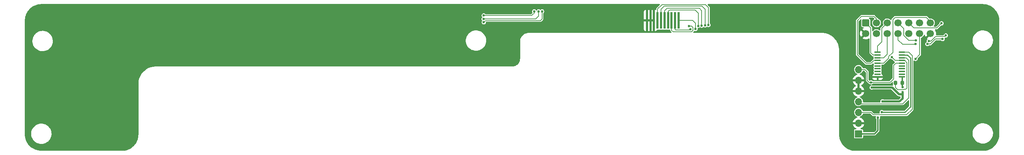
<source format=gbr>
%TF.GenerationSoftware,KiCad,Pcbnew,(6.0.0)*%
%TF.CreationDate,2022-02-18T09:15:22+03:00*%
%TF.ProjectId,Steel_form_Dish_washer PART 2,53746565-6c5f-4666-9f72-6d5f44697368,rev?*%
%TF.SameCoordinates,Original*%
%TF.FileFunction,Copper,L4,Bot*%
%TF.FilePolarity,Positive*%
%FSLAX46Y46*%
G04 Gerber Fmt 4.6, Leading zero omitted, Abs format (unit mm)*
G04 Created by KiCad (PCBNEW (6.0.0)) date 2022-02-18 09:15:22*
%MOMM*%
%LPD*%
G01*
G04 APERTURE LIST*
G04 Aperture macros list*
%AMRoundRect*
0 Rectangle with rounded corners*
0 $1 Rounding radius*
0 $2 $3 $4 $5 $6 $7 $8 $9 X,Y pos of 4 corners*
0 Add a 4 corners polygon primitive as box body*
4,1,4,$2,$3,$4,$5,$6,$7,$8,$9,$2,$3,0*
0 Add four circle primitives for the rounded corners*
1,1,$1+$1,$2,$3*
1,1,$1+$1,$4,$5*
1,1,$1+$1,$6,$7*
1,1,$1+$1,$8,$9*
0 Add four rect primitives between the rounded corners*
20,1,$1+$1,$2,$3,$4,$5,0*
20,1,$1+$1,$4,$5,$6,$7,0*
20,1,$1+$1,$6,$7,$8,$9,0*
20,1,$1+$1,$8,$9,$2,$3,0*%
G04 Aperture macros list end*
%TA.AperFunction,ComponentPad*%
%ADD10R,1.700000X1.700000*%
%TD*%
%TA.AperFunction,ComponentPad*%
%ADD11O,1.700000X1.700000*%
%TD*%
%TA.AperFunction,SMDPad,CuDef*%
%ADD12RoundRect,0.200000X0.200000X0.275000X-0.200000X0.275000X-0.200000X-0.275000X0.200000X-0.275000X0*%
%TD*%
%TA.AperFunction,ComponentPad*%
%ADD13RoundRect,0.250000X-0.600000X0.600000X-0.600000X-0.600000X0.600000X-0.600000X0.600000X0.600000X0*%
%TD*%
%TA.AperFunction,ComponentPad*%
%ADD14C,1.700000*%
%TD*%
%TA.AperFunction,SMDPad,CuDef*%
%ADD15RoundRect,0.100000X0.637500X0.100000X-0.637500X0.100000X-0.637500X-0.100000X0.637500X-0.100000X0*%
%TD*%
%TA.AperFunction,SMDPad,CuDef*%
%ADD16R,0.500000X4.000000*%
%TD*%
%TA.AperFunction,ViaPad*%
%ADD17C,0.600000*%
%TD*%
%TA.AperFunction,Conductor*%
%ADD18C,0.200000*%
%TD*%
%TA.AperFunction,Conductor*%
%ADD19C,0.304800*%
%TD*%
%TA.AperFunction,Conductor*%
%ADD20C,0.254000*%
%TD*%
%TA.AperFunction,Conductor*%
%ADD21C,0.500000*%
%TD*%
G04 APERTURE END LIST*
D10*
%TO.P,J19,1,Pin_1*%
%TO.N,+3V3*%
X276600000Y-250250000D03*
D11*
%TO.P,J19,2,Pin_2*%
%TO.N,GND*%
X276600000Y-247710000D03*
%TO.P,J19,3,Pin_3*%
%TO.N,/PCB 2/SDA*%
X276600000Y-245170000D03*
%TO.P,J19,4,Pin_4*%
%TO.N,/PCB 2/SCL*%
X276600000Y-242630000D03*
%TO.P,J19,5,Pin_5*%
%TO.N,GND*%
X276600000Y-240090000D03*
%TO.P,J19,6,Pin_6*%
X276600000Y-237550000D03*
%TO.P,J19,7,Pin_7*%
%TO.N,/PCB 2/SCREEN_RST*%
X276600000Y-235010000D03*
%TD*%
D12*
%TO.P,R44,1*%
%TO.N,+3V3*%
X286950000Y-238200000D03*
%TO.P,R44,2*%
%TO.N,/PCB 2/~{IRQ}*%
X285300000Y-238200000D03*
%TD*%
D13*
%TO.P,J18,1,Pin_1*%
%TO.N,+5V*%
X278300000Y-223950000D03*
D14*
%TO.P,J18,2,Pin_2*%
%TO.N,GND*%
X278300000Y-226490000D03*
%TO.P,J18,3,Pin_3*%
%TO.N,/PCB 2/mcu_~{IRQ}*%
X280840000Y-223950000D03*
%TO.P,J18,4,Pin_4*%
%TO.N,+3V3*%
X280840000Y-226490000D03*
%TO.P,J18,5,Pin_5*%
%TO.N,/PCB 2/mcu_SDA*%
X283380000Y-223950000D03*
%TO.P,J18,6,Pin_6*%
%TO.N,/PCB 2/mcu_SCL*%
X283380000Y-226490000D03*
%TO.P,J18,7,Pin_7*%
%TO.N,/PCB 2/RGB_ON{slash}OFF_BLU*%
X285920000Y-223950000D03*
%TO.P,J18,8,Pin_8*%
%TO.N,/PCB 2/RGB_ON{slash}OFF_RED*%
X285920000Y-226490000D03*
%TO.P,J18,9,Pin_9*%
%TO.N,/PCB 2/RGB_ON{slash}OFF_GRN*%
X288460000Y-223950000D03*
%TO.P,J18,10,Pin_10*%
%TO.N,/PCB 2/START_BLU*%
X288460000Y-226490000D03*
%TO.P,J18,11,Pin_11*%
%TO.N,/PCB 2/START_RED*%
X291000000Y-223950000D03*
%TO.P,J18,12,Pin_12*%
%TO.N,/PCB 2/START_GRN*%
X291000000Y-226490000D03*
%TO.P,J18,13,Pin_13*%
%TO.N,/PCB 2/mcu_SCREEN_RST*%
X293540000Y-223950000D03*
%TO.P,J18,14,Pin_14*%
%TO.N,GND*%
X293540000Y-226490000D03*
%TD*%
D15*
%TO.P,U12,1,A1*%
%TO.N,/PCB 2/SDA*%
X286812500Y-230925000D03*
%TO.P,U12,2,VCCA*%
%TO.N,+3V3*%
X286812500Y-231575000D03*
%TO.P,U12,3,A2*%
%TO.N,/PCB 2/SCL*%
X286812500Y-232225000D03*
%TO.P,U12,4,A3*%
%TO.N,/PCB 2/~{IRQ}*%
X286812500Y-232875000D03*
%TO.P,U12,5,A4*%
%TO.N,/PCB 2/SCREEN_RST*%
X286812500Y-233525000D03*
%TO.P,U12,6,A5*%
%TO.N,unconnected-(U12-Pad6)*%
X286812500Y-234175000D03*
%TO.P,U12,7,A6*%
%TO.N,unconnected-(U12-Pad7)*%
X286812500Y-234825000D03*
%TO.P,U12,8,A7*%
%TO.N,unconnected-(U12-Pad8)*%
X286812500Y-235475000D03*
%TO.P,U12,9,A8*%
%TO.N,unconnected-(U12-Pad9)*%
X286812500Y-236125000D03*
%TO.P,U12,10,OE*%
%TO.N,+3V3*%
X286812500Y-236775000D03*
%TO.P,U12,11,GND*%
%TO.N,GND*%
X281087500Y-236775000D03*
%TO.P,U12,12,B8*%
%TO.N,unconnected-(U12-Pad12)*%
X281087500Y-236125000D03*
%TO.P,U12,13,B7*%
%TO.N,unconnected-(U12-Pad13)*%
X281087500Y-235475000D03*
%TO.P,U12,14,B6*%
%TO.N,unconnected-(U12-Pad14)*%
X281087500Y-234825000D03*
%TO.P,U12,15,B5*%
%TO.N,unconnected-(U12-Pad15)*%
X281087500Y-234175000D03*
%TO.P,U12,16,B4*%
%TO.N,/PCB 2/mcu_SCREEN_RST*%
X281087500Y-233525000D03*
%TO.P,U12,17,B3*%
%TO.N,/PCB 2/mcu_~{IRQ}*%
X281087500Y-232875000D03*
%TO.P,U12,18,B2*%
%TO.N,/PCB 2/mcu_SCL*%
X281087500Y-232225000D03*
%TO.P,U12,19,VCCB*%
%TO.N,+5V*%
X281087500Y-231575000D03*
%TO.P,U12,20,B1*%
%TO.N,/PCB 2/mcu_SDA*%
X281087500Y-230925000D03*
%TD*%
D16*
%TO.P,J20,1,Pin_1*%
%TO.N,/PCB 2/ON{slash}OFF*%
X234175000Y-223375000D03*
%TO.P,J20,2,Pin_2*%
%TO.N,/PCB 2/MENU*%
X233345000Y-223375000D03*
%TO.P,J20,3,Pin_3*%
%TO.N,/PCB 2/BACK*%
X232515000Y-223375000D03*
%TO.P,J20,4,Pin_4*%
%TO.N,/PCB 2/LEFT*%
X231685000Y-223375000D03*
%TO.P,J20,5,Pin_5*%
%TO.N,/PCB 2/SET*%
X230855000Y-223375000D03*
%TO.P,J20,6,Pin_6*%
%TO.N,/PCB 2/RIGHT*%
X230025000Y-223375000D03*
%TO.P,J20,7,Pin_7*%
%TO.N,/PCB 2/START*%
X229195000Y-223375000D03*
%TO.P,J20,8,Pin_8*%
%TO.N,GND*%
X228365000Y-223375000D03*
%TO.P,J20,9,Pin_9*%
X227535000Y-223375000D03*
%TO.P,J20,10,Pin_10*%
X226705000Y-223375000D03*
%TD*%
D17*
%TO.N,GND*%
X132075000Y-232000000D03*
X192900000Y-229500000D03*
X169750000Y-221000000D03*
X302950000Y-244500000D03*
X193475000Y-224025000D03*
X292150000Y-234725000D03*
X267000000Y-224875000D03*
X192050000Y-225850000D03*
X291200000Y-250125000D03*
X302900000Y-234725000D03*
X191299500Y-221125000D03*
X102875000Y-250275000D03*
X280725000Y-240400000D03*
X103125000Y-232750000D03*
X95825000Y-241450000D03*
X284325000Y-240150000D03*
X94425000Y-242325000D03*
X92950000Y-241450000D03*
X189500000Y-224650000D03*
X82550000Y-239225000D03*
X169700000Y-232125000D03*
X194275000Y-232225000D03*
X291250000Y-244450000D03*
X251475000Y-224850000D03*
X83100000Y-221875000D03*
X122700000Y-221575000D03*
%TO.N,+3V3*%
X286975000Y-239175000D03*
X282250000Y-242550500D03*
X281175000Y-246425000D03*
X286975000Y-240400000D03*
X282050000Y-245100000D03*
X279700000Y-239275000D03*
%TO.N,/PCB 2/ON{slash}OFF*%
X238149011Y-225399714D03*
%TO.N,/PCB 2/MENU*%
X236950000Y-225450500D03*
%TO.N,/PCB 2/BACK*%
X236644042Y-224711857D03*
%TO.N,/PCB 2/LEFT*%
X238825000Y-224675000D03*
%TO.N,/PCB 2/SET*%
X239621736Y-224608551D03*
%TO.N,/PCB 2/RIGHT*%
X240418482Y-224542217D03*
%TO.N,/PCB 2/START*%
X241213119Y-224454152D03*
%TO.N,/PCB 2/SCREEN_RST*%
X279525000Y-238050000D03*
%TO.N,/PCB 2/RGB_ON{slash}OFF_RED*%
X296423539Y-227800000D03*
X290025000Y-228925000D03*
X292853811Y-228957149D03*
X201175497Y-221225500D03*
X188197447Y-223000972D03*
%TO.N,/PCB 2/RGB_ON{slash}OFF_BLU*%
X290165545Y-228137948D03*
X200100000Y-221225500D03*
X188225818Y-222201974D03*
X293175000Y-228225000D03*
X297200000Y-226925000D03*
%TO.N,/PCB 2/RGB_ON{slash}OFF_GRN*%
X296175000Y-224050000D03*
X188225000Y-223800000D03*
X201975000Y-221225500D03*
%TO.N,/PCB 2/START_GRN*%
X290050000Y-232475000D03*
%TO.N,/PCB 2/~{IRQ}*%
X284435238Y-232060238D03*
%TD*%
D18*
%TO.N,GND*%
X228365000Y-223375000D02*
X226705000Y-223375000D01*
%TO.N,+5V*%
X278300000Y-223950000D02*
X279500000Y-225150000D01*
X281087500Y-231575000D02*
X280025000Y-231575000D01*
X279500000Y-231050000D02*
X279500000Y-230425000D01*
X279500000Y-225150000D02*
X279500000Y-230425000D01*
X280025000Y-231575000D02*
X279500000Y-231050000D01*
D19*
%TO.N,+3V3*%
X281175000Y-249475000D02*
X280400000Y-250250000D01*
D20*
X288826520Y-232276520D02*
X288826520Y-243823480D01*
D19*
X286975000Y-239175000D02*
X286950000Y-239250000D01*
D21*
X279700000Y-239275000D02*
X284547862Y-239275000D01*
D19*
X286975000Y-240900000D02*
X286975000Y-241875000D01*
X280400000Y-250250000D02*
X276600000Y-250250000D01*
D20*
X288125000Y-231575000D02*
X288826520Y-232276520D01*
D19*
X286812500Y-236775000D02*
X286950000Y-236912500D01*
D21*
X286275000Y-242575000D02*
X282274500Y-242575000D01*
X284547862Y-239275000D02*
X286172862Y-240900000D01*
X282274500Y-242575000D02*
X282250000Y-242550500D01*
X286975000Y-241875000D02*
X286275000Y-242575000D01*
D20*
X287550000Y-245100000D02*
X282050000Y-245100000D01*
D21*
X286172862Y-240900000D02*
X286975000Y-240900000D01*
D20*
X286812500Y-231575000D02*
X288125000Y-231575000D01*
X288826520Y-243823480D02*
X287550000Y-245100000D01*
D19*
X286975000Y-240400000D02*
X286975000Y-240900000D01*
X286950000Y-239250000D02*
X286950000Y-238200000D01*
X281175000Y-246425000D02*
X281175000Y-249475000D01*
X286950000Y-236912500D02*
X286950000Y-238200000D01*
D21*
X286975000Y-240400000D02*
X286975000Y-241875000D01*
D18*
%TO.N,/PCB 2/ON{slash}OFF*%
X237475000Y-223375000D02*
X238149011Y-224049011D01*
X234175000Y-223375000D02*
X237475000Y-223375000D01*
X238149011Y-224049011D02*
X238149011Y-225399714D01*
%TO.N,/PCB 2/MENU*%
X233345000Y-223475000D02*
X233345000Y-225495000D01*
X233345000Y-225495000D02*
X233524511Y-225674511D01*
X235874511Y-225674511D02*
X236650489Y-225674511D01*
X236874500Y-225450500D02*
X236950000Y-225450500D01*
X235974511Y-225674511D02*
X235975000Y-225675000D01*
X236650489Y-225674511D02*
X236874500Y-225450500D01*
X233524511Y-225674511D02*
X235874511Y-225674511D01*
%TO.N,/PCB 2/BACK*%
X237549511Y-225024511D02*
X237236857Y-224711857D01*
X232515000Y-223375000D02*
X232515000Y-225715000D01*
X232515000Y-225715000D02*
X232874519Y-226074519D01*
X237549511Y-225750489D02*
X237549511Y-225024511D01*
X237236857Y-224711857D02*
X236644042Y-224711857D01*
X237225481Y-226074519D02*
X237549511Y-225750489D01*
X232874519Y-226074519D02*
X237225481Y-226074519D01*
%TO.N,/PCB 2/LEFT*%
X231685000Y-223375000D02*
X231685000Y-221265000D01*
X238075000Y-220875000D02*
X238825000Y-221625000D01*
X238825000Y-221625000D02*
X238825000Y-224675000D01*
X231685000Y-221265000D02*
X232075000Y-220875000D01*
X232075000Y-220875000D02*
X238075000Y-220875000D01*
%TO.N,/PCB 2/SET*%
X231449520Y-220475480D02*
X239050480Y-220475480D01*
X230855000Y-223375000D02*
X230855000Y-221070000D01*
X230855000Y-221070000D02*
X231449520Y-220475480D01*
X239050480Y-220475480D02*
X239621736Y-221046736D01*
X239621736Y-221046736D02*
X239621736Y-224608551D01*
%TO.N,/PCB 2/RIGHT*%
X230025000Y-223375000D02*
X230025000Y-220750000D01*
X240418482Y-220718482D02*
X240418482Y-224542217D01*
X230774040Y-220000960D02*
X239700960Y-220000960D01*
X239700960Y-220000960D02*
X240418482Y-220718482D01*
X230025000Y-220750000D02*
X230774040Y-220000960D01*
%TO.N,/PCB 2/START*%
X229195000Y-220680000D02*
X230273559Y-219601441D01*
X230273559Y-219601441D02*
X240501441Y-219601441D01*
X229195000Y-223375000D02*
X229195000Y-220680000D01*
X241213119Y-220313119D02*
X241213119Y-224454152D01*
X240501441Y-219601441D02*
X241213119Y-220313119D01*
%TO.N,/PCB 2/SCREEN_RST*%
X286812500Y-233525000D02*
X286159994Y-233525000D01*
X278650000Y-235550000D02*
X278110000Y-235010000D01*
X284900000Y-234000000D02*
X284900000Y-237200000D01*
X278110000Y-235010000D02*
X276600000Y-235010000D01*
X284050000Y-238050000D02*
X279525000Y-238050000D01*
X279150000Y-238050000D02*
X278650000Y-237550000D01*
X286134994Y-233500000D02*
X285400000Y-233500000D01*
X285400000Y-233500000D02*
X284900000Y-234000000D01*
X279525000Y-238050000D02*
X279150000Y-238050000D01*
X278650000Y-237550000D02*
X278650000Y-235550000D01*
X284900000Y-237200000D02*
X284050000Y-238050000D01*
X286159994Y-233525000D02*
X286134994Y-233500000D01*
%TO.N,/PCB 2/SCL*%
X287825000Y-232225000D02*
X288400000Y-232800000D01*
X277120000Y-243150000D02*
X276600000Y-242630000D01*
X288400000Y-241750000D02*
X287000000Y-243150000D01*
X286812500Y-232225000D02*
X287825000Y-232225000D01*
X287000000Y-243150000D02*
X277120000Y-243150000D01*
X288400000Y-232800000D02*
X288400000Y-241750000D01*
%TO.N,/PCB 2/SDA*%
X286812500Y-230925000D02*
X288475000Y-230925000D01*
X279520000Y-245170000D02*
X276600000Y-245170000D01*
X287950000Y-245750000D02*
X280100000Y-245750000D01*
X289253040Y-244446960D02*
X287950000Y-245750000D01*
X280100000Y-245750000D02*
X279520000Y-245170000D01*
X288475000Y-230925000D02*
X289253040Y-231703040D01*
X289253040Y-231703040D02*
X289253040Y-244446960D01*
%TO.N,/PCB 2/mcu_SDA*%
X282075000Y-225255000D02*
X282075000Y-228450000D01*
X281087500Y-229437500D02*
X281087500Y-230925000D01*
X282075000Y-228450000D02*
X281087500Y-229437500D01*
X283380000Y-223950000D02*
X282075000Y-225255000D01*
%TO.N,/PCB 2/mcu_SCREEN_RST*%
X285200000Y-222650000D02*
X292600000Y-222650000D01*
X284675000Y-223175000D02*
X285200000Y-222650000D01*
X282475000Y-233525000D02*
X283700000Y-232300000D01*
X281087500Y-233525000D02*
X282475000Y-233525000D01*
X293540000Y-223590000D02*
X293540000Y-223950000D01*
X292600000Y-222650000D02*
X293540000Y-223590000D01*
X283700000Y-231947654D02*
X284675000Y-230972654D01*
X283700000Y-232300000D02*
X283700000Y-231947654D01*
X284675000Y-230972654D02*
X284675000Y-223175000D01*
%TO.N,/PCB 2/RGB_ON{slash}OFF_RED*%
X285920000Y-227995000D02*
X285920000Y-226490000D01*
X289900000Y-229050000D02*
X286975000Y-229050000D01*
X294715006Y-227800000D02*
X293557857Y-228957149D01*
X200499028Y-223000972D02*
X201000000Y-222500000D01*
X286975000Y-229050000D02*
X285920000Y-227995000D01*
X293557857Y-228957149D02*
X292853811Y-228957149D01*
X201000000Y-222500000D02*
X201175497Y-222324503D01*
X201175497Y-222324503D02*
X201175497Y-221225500D01*
X188197447Y-223000972D02*
X200499028Y-223000972D01*
X290025000Y-228925000D02*
X289900000Y-229050000D01*
X296423539Y-227800000D02*
X294715006Y-227800000D01*
%TO.N,/PCB 2/RGB_ON{slash}OFF_BLU*%
X188225818Y-222201974D02*
X199573026Y-222201974D01*
X296950000Y-227175000D02*
X294775000Y-227175000D01*
X293725000Y-228225000D02*
X293175000Y-228225000D01*
X200000000Y-221775000D02*
X200100000Y-221675000D01*
X199573026Y-222201974D02*
X200000000Y-221775000D01*
X287250000Y-225280000D02*
X285920000Y-223950000D01*
X294775000Y-227175000D02*
X293725000Y-228225000D01*
X297200000Y-226925000D02*
X296950000Y-227175000D01*
X290165545Y-228137948D02*
X288482293Y-228137948D01*
X200100000Y-221675000D02*
X200100000Y-221225500D01*
X287250000Y-226905655D02*
X287250000Y-225280000D01*
X288482293Y-228137948D02*
X287250000Y-226905655D01*
%TO.N,/PCB 2/mcu_SCL*%
X282525000Y-232225000D02*
X283380000Y-231370000D01*
X281087500Y-232225000D02*
X282525000Y-232225000D01*
X283380000Y-231370000D02*
X283380000Y-226490000D01*
%TO.N,/PCB 2/mcu_~{IRQ}*%
X280840000Y-222990000D02*
X280840000Y-223950000D01*
X278334994Y-233550000D02*
X276300480Y-231515486D01*
X280200000Y-232875000D02*
X279525000Y-233550000D01*
X281087500Y-232875000D02*
X280200000Y-232875000D01*
X277306896Y-222400960D02*
X280250960Y-222400960D01*
X279525000Y-233550000D02*
X278334994Y-233550000D01*
X280250960Y-222400960D02*
X280840000Y-222990000D01*
X276300480Y-223407376D02*
X277306896Y-222400960D01*
X276300480Y-231515486D02*
X276300480Y-223407376D01*
%TO.N,/PCB 2/RGB_ON{slash}OFF_GRN*%
X295075000Y-225150000D02*
X289660000Y-225150000D01*
X201975000Y-223025000D02*
X201975000Y-221225500D01*
X188246257Y-223800000D02*
X188645765Y-223400492D01*
X289660000Y-225150000D02*
X288460000Y-223950000D01*
X188645765Y-223400492D02*
X201599508Y-223400492D01*
X188225000Y-223800000D02*
X188246257Y-223800000D01*
X296175000Y-224050000D02*
X295075000Y-225150000D01*
X201599508Y-223400492D02*
X201975000Y-223025000D01*
%TO.N,/PCB 2/START_GRN*%
X291000000Y-231525000D02*
X291000000Y-226490000D01*
X290050000Y-232475000D02*
X291000000Y-231525000D01*
%TO.N,/PCB 2/~{IRQ}*%
X288000000Y-238625000D02*
X288000000Y-239425000D01*
X287272838Y-239725000D02*
X287222838Y-239775000D01*
X287222838Y-239775000D02*
X285825000Y-239775000D01*
X287475000Y-232875000D02*
X288000000Y-233400000D01*
X285250000Y-232875000D02*
X284435238Y-232060238D01*
X287700000Y-239725000D02*
X287272838Y-239725000D01*
X288000000Y-239425000D02*
X287700000Y-239725000D01*
X286812500Y-232875000D02*
X285250000Y-232875000D01*
X288000000Y-233400000D02*
X288000000Y-236300000D01*
X288000000Y-236300000D02*
X288000000Y-238625000D01*
X285300000Y-239250000D02*
X285300000Y-238200000D01*
X285825000Y-239775000D02*
X285300000Y-239250000D01*
X286812500Y-232875000D02*
X287475000Y-232875000D01*
%TD*%
%TA.AperFunction,Conductor*%
%TO.N,GND*%
G36*
X305900000Y-219505146D02*
G01*
X305913824Y-219500654D01*
X305913864Y-219500666D01*
X305913865Y-219500641D01*
X306254029Y-219516368D01*
X306265618Y-219517442D01*
X306610859Y-219565601D01*
X306622299Y-219567740D01*
X306961625Y-219647548D01*
X306972801Y-219650728D01*
X307138064Y-219706119D01*
X307303318Y-219761507D01*
X307314170Y-219765711D01*
X307633055Y-219906512D01*
X307643473Y-219911700D01*
X307947990Y-220081315D01*
X307957885Y-220087441D01*
X308245469Y-220284441D01*
X308254757Y-220291455D01*
X308522938Y-220514149D01*
X308531538Y-220521990D01*
X308778010Y-220768462D01*
X308785851Y-220777062D01*
X309008545Y-221045243D01*
X309015559Y-221054531D01*
X309212559Y-221342115D01*
X309218684Y-221352008D01*
X309248872Y-221406206D01*
X309388300Y-221656527D01*
X309393488Y-221666945D01*
X309534289Y-221985830D01*
X309538493Y-221996682D01*
X309585097Y-222135727D01*
X309641454Y-222303873D01*
X309649269Y-222327190D01*
X309652452Y-222338375D01*
X309711873Y-222591019D01*
X309732260Y-222677701D01*
X309734399Y-222689141D01*
X309764159Y-222902481D01*
X309778372Y-223004370D01*
X309782558Y-223034382D01*
X309783632Y-223045971D01*
X309799359Y-223386135D01*
X309794854Y-223400000D01*
X309800000Y-223415838D01*
X309800000Y-250384162D01*
X309794854Y-250400000D01*
X309799346Y-250413824D01*
X309799334Y-250413864D01*
X309799359Y-250413865D01*
X309788057Y-250658330D01*
X309783632Y-250754029D01*
X309782558Y-250765618D01*
X309734399Y-251110859D01*
X309732260Y-251122299D01*
X309664496Y-251410418D01*
X309652454Y-251461616D01*
X309649272Y-251472801D01*
X309636664Y-251510418D01*
X309538493Y-251803318D01*
X309534289Y-251814170D01*
X309393488Y-252133055D01*
X309388300Y-252143473D01*
X309218685Y-252447990D01*
X309212559Y-252457885D01*
X309015559Y-252745469D01*
X309008545Y-252754757D01*
X308785851Y-253022938D01*
X308778010Y-253031538D01*
X308531538Y-253278010D01*
X308522938Y-253285851D01*
X308254757Y-253508545D01*
X308245469Y-253515559D01*
X307957885Y-253712559D01*
X307947990Y-253718685D01*
X307643473Y-253888300D01*
X307633055Y-253893488D01*
X307314170Y-254034289D01*
X307303318Y-254038493D01*
X307197115Y-254074089D01*
X306972801Y-254149272D01*
X306961625Y-254152452D01*
X306643732Y-254227219D01*
X306622299Y-254232260D01*
X306610859Y-254234399D01*
X306265618Y-254282558D01*
X306254029Y-254283632D01*
X305913865Y-254299359D01*
X305900000Y-254294854D01*
X305884162Y-254300000D01*
X275915838Y-254300000D01*
X275900000Y-254294854D01*
X275886176Y-254299346D01*
X275886136Y-254299334D01*
X275886135Y-254299359D01*
X275545971Y-254283632D01*
X275534382Y-254282558D01*
X275189141Y-254234399D01*
X275177701Y-254232260D01*
X275156268Y-254227219D01*
X274838375Y-254152452D01*
X274827199Y-254149272D01*
X274602885Y-254074089D01*
X274496682Y-254038493D01*
X274485830Y-254034289D01*
X274166945Y-253893488D01*
X274156527Y-253888300D01*
X273852010Y-253718685D01*
X273842115Y-253712559D01*
X273554531Y-253515559D01*
X273545243Y-253508545D01*
X273277062Y-253285851D01*
X273268462Y-253278010D01*
X273021990Y-253031538D01*
X273014149Y-253022938D01*
X272791455Y-252754757D01*
X272784441Y-252745469D01*
X272587441Y-252457885D01*
X272581315Y-252447990D01*
X272411700Y-252143473D01*
X272406512Y-252133055D01*
X272265711Y-251814170D01*
X272261507Y-251803318D01*
X272163336Y-251510418D01*
X272150728Y-251472801D01*
X272147546Y-251461616D01*
X272135505Y-251410418D01*
X272067740Y-251122299D01*
X272065601Y-251110859D01*
X272017442Y-250765618D01*
X272016368Y-250754029D01*
X272011984Y-250659207D01*
X272000641Y-250413865D01*
X272005146Y-250400000D01*
X272000000Y-250384162D01*
X272000000Y-247444183D01*
X275264389Y-247444183D01*
X275265912Y-247452607D01*
X275278292Y-247456000D01*
X277918344Y-247456000D01*
X277931875Y-247452027D01*
X277933180Y-247442947D01*
X277891214Y-247275875D01*
X277887894Y-247266124D01*
X277802972Y-247070814D01*
X277798105Y-247061739D01*
X277682426Y-246882926D01*
X277676136Y-246874757D01*
X277532806Y-246717240D01*
X277525273Y-246710215D01*
X277358139Y-246578222D01*
X277349552Y-246572517D01*
X277163117Y-246469599D01*
X277153705Y-246465369D01*
X276962031Y-246397493D01*
X276904495Y-246355899D01*
X276878579Y-246289801D01*
X276892513Y-246220185D01*
X276941872Y-246169154D01*
X276970206Y-246157362D01*
X276975790Y-246155803D01*
X276975799Y-246155800D01*
X276981725Y-246154145D01*
X276987214Y-246151372D01*
X276987220Y-246151370D01*
X277160116Y-246064033D01*
X277165610Y-246061258D01*
X277172923Y-246055545D01*
X277249412Y-245995785D01*
X277327951Y-245934424D01*
X277334410Y-245926942D01*
X277458540Y-245783134D01*
X277458540Y-245783133D01*
X277462564Y-245778472D01*
X277483387Y-245741818D01*
X277561276Y-245604707D01*
X277564323Y-245599344D01*
X277576059Y-245564066D01*
X277578500Y-245556727D01*
X277618982Y-245498403D01*
X277684571Y-245471224D01*
X277698058Y-245470500D01*
X279343339Y-245470500D01*
X279411460Y-245490502D01*
X279432434Y-245507405D01*
X279850481Y-245925452D01*
X279852237Y-245927486D01*
X279854575Y-245932269D01*
X279863104Y-245940181D01*
X279863105Y-245940182D01*
X279890477Y-245965573D01*
X279893882Y-245968853D01*
X279907277Y-245982248D01*
X279911247Y-245984972D01*
X279913895Y-245987297D01*
X279921428Y-245994285D01*
X279936646Y-246008401D01*
X279947453Y-246012713D01*
X279951438Y-246015232D01*
X279962247Y-246021004D01*
X279966552Y-246022911D01*
X279976146Y-246029493D01*
X280000099Y-246035177D01*
X280000136Y-246035186D01*
X280017732Y-246040751D01*
X280040622Y-246049883D01*
X280046915Y-246050500D01*
X280049997Y-246050500D01*
X280053067Y-246050650D01*
X280053056Y-246050866D01*
X280064431Y-246052198D01*
X280073745Y-246052653D01*
X280085066Y-246055340D01*
X280096595Y-246053771D01*
X280096596Y-246053771D01*
X280112173Y-246051651D01*
X280129164Y-246050500D01*
X280599512Y-246050500D01*
X280667633Y-246070502D01*
X280714126Y-246124158D01*
X280724230Y-246194432D01*
X280713567Y-246230049D01*
X280691447Y-246277163D01*
X280689142Y-246291968D01*
X280672629Y-246398027D01*
X280669391Y-246418823D01*
X280670555Y-246427725D01*
X280670555Y-246427728D01*
X280676031Y-246469599D01*
X280687980Y-246560979D01*
X280745720Y-246692203D01*
X280792552Y-246747917D01*
X280821072Y-246812930D01*
X280822100Y-246828990D01*
X280822100Y-249276634D01*
X280802098Y-249344755D01*
X280785195Y-249365729D01*
X280290729Y-249860195D01*
X280228417Y-249894221D01*
X280201634Y-249897100D01*
X277776500Y-249897100D01*
X277708379Y-249877098D01*
X277661886Y-249823442D01*
X277650500Y-249771100D01*
X277650500Y-249380252D01*
X277638867Y-249321769D01*
X277594552Y-249255448D01*
X277528231Y-249211133D01*
X277516062Y-249208712D01*
X277516061Y-249208712D01*
X277475816Y-249200707D01*
X277469748Y-249199500D01*
X277190107Y-249199500D01*
X277121986Y-249179498D01*
X277075493Y-249125842D01*
X277065389Y-249055568D01*
X277094883Y-248990988D01*
X277134675Y-248960349D01*
X277293090Y-248882742D01*
X277301945Y-248877464D01*
X277475328Y-248753792D01*
X277483200Y-248747139D01*
X277634052Y-248596812D01*
X277640730Y-248588965D01*
X277765003Y-248416020D01*
X277770313Y-248407183D01*
X277864670Y-248216267D01*
X277868469Y-248206672D01*
X277930377Y-248002910D01*
X277932555Y-247992837D01*
X277933986Y-247981962D01*
X277931775Y-247967778D01*
X277918617Y-247964000D01*
X275283225Y-247964000D01*
X275269694Y-247967973D01*
X275268257Y-247977966D01*
X275298565Y-248112446D01*
X275301645Y-248122275D01*
X275381770Y-248319603D01*
X275386413Y-248328794D01*
X275497694Y-248510388D01*
X275503777Y-248518699D01*
X275643213Y-248679667D01*
X275650580Y-248686883D01*
X275814434Y-248822916D01*
X275822881Y-248828831D01*
X276006756Y-248936279D01*
X276016043Y-248940729D01*
X276055484Y-248955790D01*
X276111987Y-248998778D01*
X276136280Y-249065489D01*
X276120650Y-249134743D01*
X276070059Y-249184554D01*
X276010535Y-249199500D01*
X275730252Y-249199500D01*
X275724184Y-249200707D01*
X275683939Y-249208712D01*
X275683938Y-249208712D01*
X275671769Y-249211133D01*
X275605448Y-249255448D01*
X275561133Y-249321769D01*
X275549500Y-249380252D01*
X275549500Y-251119748D01*
X275550707Y-251125816D01*
X275556349Y-251154178D01*
X275561133Y-251178231D01*
X275605448Y-251244552D01*
X275671769Y-251288867D01*
X275683938Y-251291288D01*
X275683939Y-251291288D01*
X275724184Y-251299293D01*
X275730252Y-251300500D01*
X277469748Y-251300500D01*
X277475816Y-251299293D01*
X277516061Y-251291288D01*
X277516062Y-251291288D01*
X277528231Y-251288867D01*
X277594552Y-251244552D01*
X277638867Y-251178231D01*
X277643652Y-251154178D01*
X277649293Y-251125816D01*
X277650500Y-251119748D01*
X277650500Y-250728900D01*
X277670502Y-250660779D01*
X277724158Y-250614286D01*
X277776500Y-250602900D01*
X280348917Y-250602900D01*
X280368430Y-250604977D01*
X280372968Y-250605191D01*
X280383146Y-250607382D01*
X280403467Y-250604977D01*
X280413642Y-250603773D01*
X280418950Y-250603460D01*
X280418939Y-250603328D01*
X280424117Y-250602900D01*
X280429318Y-250602900D01*
X280434447Y-250602046D01*
X280434450Y-250602046D01*
X280446814Y-250599988D01*
X280452693Y-250599151D01*
X280455759Y-250598788D01*
X280499817Y-250593574D01*
X280507493Y-250589888D01*
X280515891Y-250588490D01*
X280557660Y-250565953D01*
X280562933Y-250563265D01*
X280605725Y-250542717D01*
X280609699Y-250539377D01*
X280611637Y-250537439D01*
X280613253Y-250535957D01*
X280613715Y-250535708D01*
X280613741Y-250535737D01*
X280613868Y-250535625D01*
X280619286Y-250532702D01*
X280653208Y-250496005D01*
X280656637Y-250492439D01*
X281099805Y-250049271D01*
X303496668Y-250049271D01*
X303496755Y-250053273D01*
X303496755Y-250053280D01*
X303503261Y-250351448D01*
X303503349Y-250355465D01*
X303548883Y-250658330D01*
X303549979Y-250662190D01*
X303549980Y-250662195D01*
X303577705Y-250759847D01*
X303632531Y-250952953D01*
X303752937Y-251234560D01*
X303908149Y-251498585D01*
X304095651Y-251740747D01*
X304312404Y-251957122D01*
X304315585Y-251959576D01*
X304315586Y-251959577D01*
X304551701Y-252141739D01*
X304551705Y-252141742D01*
X304554894Y-252144202D01*
X304558373Y-252146239D01*
X304735179Y-252249763D01*
X304819189Y-252298953D01*
X304822874Y-252300521D01*
X304822878Y-252300523D01*
X304942666Y-252351493D01*
X305101006Y-252418867D01*
X305395775Y-252502001D01*
X305599391Y-252532250D01*
X305695419Y-252546516D01*
X305695421Y-252546516D01*
X305698718Y-252547006D01*
X305702049Y-252547146D01*
X305702053Y-252547146D01*
X305738737Y-252548683D01*
X305782084Y-252550500D01*
X305977474Y-252550500D01*
X306100915Y-252542626D01*
X306201639Y-252536201D01*
X306201644Y-252536200D01*
X306205647Y-252535945D01*
X306209584Y-252535183D01*
X306209586Y-252535183D01*
X306502401Y-252478530D01*
X306502405Y-252478529D01*
X306506338Y-252477768D01*
X306797200Y-252381856D01*
X307073518Y-252249763D01*
X307240818Y-252141739D01*
X307327439Y-252085809D01*
X307327440Y-252085808D01*
X307330812Y-252083631D01*
X307359327Y-252059577D01*
X307561849Y-251888734D01*
X307564910Y-251886152D01*
X307772019Y-251660529D01*
X307948780Y-251410418D01*
X308092328Y-251139874D01*
X308113976Y-251082432D01*
X308198919Y-250857044D01*
X308198921Y-250857038D01*
X308200336Y-250853283D01*
X308221952Y-250762195D01*
X308270124Y-250559207D01*
X308270125Y-250559202D01*
X308271053Y-250555291D01*
X308303332Y-250250729D01*
X308301119Y-250149271D01*
X308296739Y-249948552D01*
X308296739Y-249948547D01*
X308296651Y-249944535D01*
X308251117Y-249641670D01*
X308249021Y-249634285D01*
X308196878Y-249450632D01*
X308167469Y-249347047D01*
X308161865Y-249333939D01*
X308112304Y-249218026D01*
X308047063Y-249065440D01*
X307891851Y-248801415D01*
X307704349Y-248559253D01*
X307487596Y-248342878D01*
X307469341Y-248328794D01*
X307248299Y-248158261D01*
X307248295Y-248158258D01*
X307245106Y-248155798D01*
X307068538Y-248052413D01*
X306984275Y-248003075D01*
X306984272Y-248003073D01*
X306980811Y-248001047D01*
X306977126Y-247999479D01*
X306977122Y-247999477D01*
X306790051Y-247919878D01*
X306698994Y-247881133D01*
X306404225Y-247797999D01*
X306174014Y-247763799D01*
X306104581Y-247753484D01*
X306104579Y-247753484D01*
X306101282Y-247752994D01*
X306097951Y-247752854D01*
X306097947Y-247752854D01*
X306061263Y-247751317D01*
X306017916Y-247749500D01*
X305822526Y-247749500D01*
X305699085Y-247757374D01*
X305598361Y-247763799D01*
X305598356Y-247763800D01*
X305594353Y-247764055D01*
X305590416Y-247764817D01*
X305590414Y-247764817D01*
X305297599Y-247821470D01*
X305297595Y-247821471D01*
X305293662Y-247822232D01*
X305002800Y-247918144D01*
X304726482Y-248050237D01*
X304469188Y-248216369D01*
X304466123Y-248218954D01*
X304466121Y-248218956D01*
X304419528Y-248258261D01*
X304235090Y-248413848D01*
X304146472Y-248510388D01*
X304067140Y-248596812D01*
X304027981Y-248639471D01*
X304025667Y-248642746D01*
X304025664Y-248642749D01*
X303959398Y-248736513D01*
X303851220Y-248889582D01*
X303707672Y-249160126D01*
X303706257Y-249163882D01*
X303706256Y-249163883D01*
X303624713Y-249380252D01*
X303599664Y-249446717D01*
X303594160Y-249469912D01*
X303535877Y-249715509D01*
X303528947Y-249744709D01*
X303496668Y-250049271D01*
X281099805Y-250049271D01*
X281388415Y-249760661D01*
X281403684Y-249748328D01*
X281407038Y-249745276D01*
X281415790Y-249739625D01*
X281434808Y-249715501D01*
X281438334Y-249711534D01*
X281438233Y-249711448D01*
X281441591Y-249707485D01*
X281445269Y-249703807D01*
X281455584Y-249689373D01*
X281459135Y-249684643D01*
X281482077Y-249655541D01*
X281488525Y-249647362D01*
X281491347Y-249639327D01*
X281496296Y-249632401D01*
X281499278Y-249622430D01*
X281499280Y-249622426D01*
X281509897Y-249586924D01*
X281511721Y-249581308D01*
X281527452Y-249536513D01*
X281527900Y-249531341D01*
X281527900Y-249528637D01*
X281527996Y-249526405D01*
X281528146Y-249525905D01*
X281528184Y-249525907D01*
X281528194Y-249525743D01*
X281529959Y-249519842D01*
X281527997Y-249469911D01*
X281527900Y-249464965D01*
X281527900Y-246829558D01*
X281547902Y-246761437D01*
X281560485Y-246745003D01*
X281588176Y-246714411D01*
X281588181Y-246714404D01*
X281594200Y-246707754D01*
X281656710Y-246578733D01*
X281680496Y-246437354D01*
X281680647Y-246425000D01*
X281660323Y-246283082D01*
X281636211Y-246230049D01*
X281635575Y-246228651D01*
X281625589Y-246158360D01*
X281655190Y-246093829D01*
X281714980Y-246055545D01*
X281750276Y-246050500D01*
X287897634Y-246050500D01*
X287900307Y-246050696D01*
X287905342Y-246052425D01*
X287916964Y-246051989D01*
X287916966Y-246051989D01*
X287954255Y-246050589D01*
X287958981Y-246050500D01*
X287977948Y-246050500D01*
X287982683Y-246049618D01*
X287986209Y-246049390D01*
X287989949Y-246049249D01*
X288017208Y-246048226D01*
X288027893Y-246043636D01*
X288032493Y-246042599D01*
X288044214Y-246039038D01*
X288048617Y-246037339D01*
X288060053Y-246035209D01*
X288081041Y-246022272D01*
X288097411Y-246013769D01*
X288111888Y-246007549D01*
X288111892Y-246007547D01*
X288120063Y-246004036D01*
X288124949Y-246000022D01*
X288127134Y-245997837D01*
X288129397Y-245995785D01*
X288129542Y-245995945D01*
X288138549Y-245988825D01*
X288145444Y-245982573D01*
X288155348Y-245976468D01*
X288171916Y-245954680D01*
X288183110Y-245941861D01*
X289428492Y-244696479D01*
X289430526Y-244694723D01*
X289435309Y-244692385D01*
X289468613Y-244656483D01*
X289471893Y-244653078D01*
X289485288Y-244639683D01*
X289488012Y-244635713D01*
X289490337Y-244633065D01*
X289503530Y-244618842D01*
X289511441Y-244610314D01*
X289515753Y-244599507D01*
X289518272Y-244595522D01*
X289524044Y-244584713D01*
X289525951Y-244580408D01*
X289532533Y-244570814D01*
X289538226Y-244546824D01*
X289543791Y-244529228D01*
X289549626Y-244514602D01*
X289552923Y-244506338D01*
X289553540Y-244500045D01*
X289553540Y-244496963D01*
X289553690Y-244493893D01*
X289553906Y-244493904D01*
X289555238Y-244482529D01*
X289555693Y-244473215D01*
X289558380Y-244461894D01*
X289554691Y-244434787D01*
X289553540Y-244417796D01*
X289553540Y-232981058D01*
X289573542Y-232912937D01*
X289627198Y-232866444D01*
X289697472Y-232856340D01*
X289749359Y-232876171D01*
X289821919Y-232924471D01*
X289832313Y-232931390D01*
X289969157Y-232974142D01*
X289978129Y-232974306D01*
X289978132Y-232974307D01*
X290043463Y-232975504D01*
X290112499Y-232976770D01*
X290121533Y-232974307D01*
X290242158Y-232941421D01*
X290242160Y-232941420D01*
X290250817Y-232939060D01*
X290372991Y-232864045D01*
X290469200Y-232757754D01*
X290505351Y-232683139D01*
X290527795Y-232636814D01*
X290527795Y-232636813D01*
X290531710Y-232628733D01*
X290555496Y-232487354D01*
X290555647Y-232475000D01*
X290554958Y-232470186D01*
X290554957Y-232470177D01*
X290554475Y-232466810D01*
X290554656Y-232465556D01*
X290554641Y-232465323D01*
X290554690Y-232465320D01*
X290564623Y-232396543D01*
X290590109Y-232359862D01*
X291175452Y-231774519D01*
X291177486Y-231772763D01*
X291182269Y-231770425D01*
X291192455Y-231759445D01*
X291215573Y-231734523D01*
X291218853Y-231731118D01*
X291232248Y-231717723D01*
X291234972Y-231713753D01*
X291237297Y-231711105D01*
X291250490Y-231696882D01*
X291258401Y-231688354D01*
X291262713Y-231677547D01*
X291265232Y-231673562D01*
X291271004Y-231662753D01*
X291272911Y-231658448D01*
X291279493Y-231648854D01*
X291285186Y-231624864D01*
X291290751Y-231607268D01*
X291296586Y-231592642D01*
X291299883Y-231584378D01*
X291300500Y-231578085D01*
X291300500Y-231575003D01*
X291300650Y-231571933D01*
X291300866Y-231571944D01*
X291302198Y-231560569D01*
X291302653Y-231551255D01*
X291305340Y-231539934D01*
X291303629Y-231527357D01*
X291301651Y-231512827D01*
X291300500Y-231495836D01*
X291300500Y-227591279D01*
X291320502Y-227523158D01*
X291374158Y-227476665D01*
X291377015Y-227475460D01*
X291381725Y-227474145D01*
X291565610Y-227381258D01*
X291603762Y-227351451D01*
X291715844Y-227263883D01*
X291727951Y-227254424D01*
X291732737Y-227248880D01*
X291858540Y-227103134D01*
X291858540Y-227103133D01*
X291862564Y-227098472D01*
X291867817Y-227089226D01*
X291934500Y-226971842D01*
X291964323Y-226919344D01*
X291975526Y-226885667D01*
X291988496Y-226846678D01*
X292028978Y-226788354D01*
X292094566Y-226761175D01*
X292164437Y-226773770D01*
X292216406Y-226822141D01*
X292230971Y-226858751D01*
X292238564Y-226892444D01*
X292241645Y-226902275D01*
X292321770Y-227099603D01*
X292326413Y-227108794D01*
X292406460Y-227239420D01*
X292416916Y-227248880D01*
X292425694Y-227245096D01*
X293450905Y-226219885D01*
X293513217Y-226185859D01*
X293584032Y-226190924D01*
X293629095Y-226219885D01*
X293810115Y-226400905D01*
X293844141Y-226463217D01*
X293839076Y-226534032D01*
X293810115Y-226579095D01*
X292786737Y-227602473D01*
X292779977Y-227614853D01*
X292785258Y-227621907D01*
X292821720Y-227643214D01*
X292870444Y-227694852D01*
X292883515Y-227764635D01*
X292856784Y-227830407D01*
X292848037Y-227839453D01*
X292847280Y-227839930D01*
X292844174Y-227843446D01*
X292844170Y-227843451D01*
X292837144Y-227851407D01*
X292752377Y-227947388D01*
X292691447Y-228077163D01*
X292690066Y-228086035D01*
X292671172Y-228207386D01*
X292669391Y-228218823D01*
X292670555Y-228227725D01*
X292670555Y-228227728D01*
X292686816Y-228352079D01*
X292687980Y-228360979D01*
X292689703Y-228364896D01*
X292688787Y-228433525D01*
X292649610Y-228492733D01*
X292635611Y-228502977D01*
X292597548Y-228526993D01*
X292526091Y-228572079D01*
X292520149Y-228578807D01*
X292520148Y-228578808D01*
X292514218Y-228585523D01*
X292431188Y-228679537D01*
X292370258Y-228809312D01*
X292363412Y-228853283D01*
X292352246Y-228925000D01*
X292348202Y-228950972D01*
X292366791Y-229093128D01*
X292424531Y-229224352D01*
X292430308Y-229231225D01*
X292430309Y-229231226D01*
X292500928Y-229315238D01*
X292516781Y-229334097D01*
X292636124Y-229413539D01*
X292772968Y-229456291D01*
X292781940Y-229456455D01*
X292781943Y-229456456D01*
X292847274Y-229457653D01*
X292916310Y-229458919D01*
X292925344Y-229456456D01*
X293045969Y-229423570D01*
X293045971Y-229423569D01*
X293054628Y-229421209D01*
X293176802Y-229346194D01*
X293184200Y-229338021D01*
X293219434Y-229299095D01*
X293279977Y-229262013D01*
X293312850Y-229257649D01*
X293505491Y-229257649D01*
X293508164Y-229257845D01*
X293513199Y-229259574D01*
X293524821Y-229259138D01*
X293524823Y-229259138D01*
X293562112Y-229257738D01*
X293566838Y-229257649D01*
X293585805Y-229257649D01*
X293590540Y-229256767D01*
X293594066Y-229256539D01*
X293597806Y-229256398D01*
X293625065Y-229255375D01*
X293635750Y-229250785D01*
X293640350Y-229249748D01*
X293652071Y-229246187D01*
X293656474Y-229244488D01*
X293667910Y-229242358D01*
X293688898Y-229229421D01*
X293705268Y-229220918D01*
X293719745Y-229214698D01*
X293719749Y-229214696D01*
X293727920Y-229211185D01*
X293732806Y-229207171D01*
X293734991Y-229204986D01*
X293737254Y-229202934D01*
X293737399Y-229203094D01*
X293746406Y-229195974D01*
X293753301Y-229189722D01*
X293763205Y-229183617D01*
X293779773Y-229161829D01*
X293790967Y-229149010D01*
X294802572Y-228137405D01*
X294864884Y-228103379D01*
X294891667Y-228100500D01*
X295963560Y-228100500D01*
X296031681Y-228120502D01*
X296060009Y-228145422D01*
X296086509Y-228176948D01*
X296104682Y-228189045D01*
X296197348Y-228250729D01*
X296205852Y-228256390D01*
X296342696Y-228299142D01*
X296351668Y-228299306D01*
X296351671Y-228299307D01*
X296417002Y-228300504D01*
X296486038Y-228301770D01*
X296495072Y-228299307D01*
X296615697Y-228266421D01*
X296615699Y-228266420D01*
X296624356Y-228264060D01*
X296746530Y-228189045D01*
X296842739Y-228082754D01*
X296858961Y-228049271D01*
X303496668Y-228049271D01*
X303496755Y-228053273D01*
X303496755Y-228053280D01*
X303503261Y-228351448D01*
X303503349Y-228355465D01*
X303548883Y-228658330D01*
X303549979Y-228662190D01*
X303549980Y-228662195D01*
X303578372Y-228762195D01*
X303632531Y-228952953D01*
X303752937Y-229234560D01*
X303908149Y-229498585D01*
X304095651Y-229740747D01*
X304312404Y-229957122D01*
X304315585Y-229959576D01*
X304315586Y-229959577D01*
X304551701Y-230141739D01*
X304551705Y-230141742D01*
X304554894Y-230144202D01*
X304558373Y-230146239D01*
X304735179Y-230249763D01*
X304819189Y-230298953D01*
X304822874Y-230300521D01*
X304822878Y-230300523D01*
X304942666Y-230351493D01*
X305101006Y-230418867D01*
X305395775Y-230502001D01*
X305593164Y-230531325D01*
X305695419Y-230546516D01*
X305695421Y-230546516D01*
X305698718Y-230547006D01*
X305702049Y-230547146D01*
X305702053Y-230547146D01*
X305738737Y-230548683D01*
X305782084Y-230550500D01*
X305977474Y-230550500D01*
X306100915Y-230542626D01*
X306201639Y-230536201D01*
X306201644Y-230536200D01*
X306205647Y-230535945D01*
X306209584Y-230535183D01*
X306209586Y-230535183D01*
X306502401Y-230478530D01*
X306502405Y-230478529D01*
X306506338Y-230477768D01*
X306797200Y-230381856D01*
X307073518Y-230249763D01*
X307330812Y-230083631D01*
X307359327Y-230059577D01*
X307561849Y-229888734D01*
X307564910Y-229886152D01*
X307772019Y-229660529D01*
X307948780Y-229410418D01*
X308092328Y-229139874D01*
X308115370Y-229078733D01*
X308198919Y-228857044D01*
X308198921Y-228857038D01*
X308200336Y-228853283D01*
X308221952Y-228762195D01*
X308270124Y-228559207D01*
X308270125Y-228559202D01*
X308271053Y-228555291D01*
X308303332Y-228250729D01*
X308303084Y-228239323D01*
X308296739Y-227948552D01*
X308296739Y-227948547D01*
X308296651Y-227944535D01*
X308251117Y-227641670D01*
X308250019Y-227637800D01*
X308200769Y-227464334D01*
X308167469Y-227347047D01*
X308047063Y-227065440D01*
X307891851Y-226801415D01*
X307704349Y-226559253D01*
X307513292Y-226368529D01*
X307490437Y-226345714D01*
X307487596Y-226342878D01*
X307456589Y-226318956D01*
X307248299Y-226158261D01*
X307248295Y-226158258D01*
X307245106Y-226155798D01*
X307148917Y-226099477D01*
X306984275Y-226003075D01*
X306984272Y-226003073D01*
X306980811Y-226001047D01*
X306977126Y-225999479D01*
X306977122Y-225999477D01*
X306798535Y-225923488D01*
X306698994Y-225881133D01*
X306404225Y-225797999D01*
X306161844Y-225761991D01*
X306104581Y-225753484D01*
X306104579Y-225753484D01*
X306101282Y-225752994D01*
X306097951Y-225752854D01*
X306097947Y-225752854D01*
X306058692Y-225751209D01*
X306017916Y-225749500D01*
X305822526Y-225749500D01*
X305699085Y-225757374D01*
X305598361Y-225763799D01*
X305598356Y-225763800D01*
X305594353Y-225764055D01*
X305590416Y-225764817D01*
X305590414Y-225764817D01*
X305297599Y-225821470D01*
X305297595Y-225821471D01*
X305293662Y-225822232D01*
X305002800Y-225918144D01*
X304726482Y-226050237D01*
X304469188Y-226216369D01*
X304466123Y-226218954D01*
X304466121Y-226218956D01*
X304373672Y-226296944D01*
X304235090Y-226413848D01*
X304027981Y-226639471D01*
X304025667Y-226642746D01*
X304025664Y-226642749D01*
X304014000Y-226659253D01*
X303851220Y-226889582D01*
X303707672Y-227160126D01*
X303706257Y-227163882D01*
X303706256Y-227163883D01*
X303601284Y-227442419D01*
X303599664Y-227446717D01*
X303594452Y-227468680D01*
X303534638Y-227720729D01*
X303528947Y-227744709D01*
X303496668Y-228049271D01*
X296858961Y-228049271D01*
X296905249Y-227953733D01*
X296929035Y-227812354D01*
X296929186Y-227800000D01*
X296917834Y-227720729D01*
X296910135Y-227666968D01*
X296910134Y-227666965D01*
X296908862Y-227658082D01*
X296905148Y-227649914D01*
X296902627Y-227641292D01*
X296904299Y-227640803D01*
X296895813Y-227581044D01*
X296925417Y-227516514D01*
X296985210Y-227478234D01*
X296994356Y-227476751D01*
X296994236Y-227476220D01*
X297005586Y-227473662D01*
X297017208Y-227473226D01*
X297027892Y-227468636D01*
X297032493Y-227467599D01*
X297044214Y-227464038D01*
X297048617Y-227462339D01*
X297060053Y-227460209D01*
X297081041Y-227447272D01*
X297097403Y-227438772D01*
X297099823Y-227437732D01*
X297106018Y-227435070D01*
X297158072Y-227424855D01*
X297262499Y-227426770D01*
X297271163Y-227424408D01*
X297392158Y-227391421D01*
X297392160Y-227391420D01*
X297400817Y-227389060D01*
X297522991Y-227314045D01*
X297619200Y-227207754D01*
X297658052Y-227127563D01*
X297677795Y-227086814D01*
X297677795Y-227086813D01*
X297681710Y-227078733D01*
X297705496Y-226937354D01*
X297705647Y-226925000D01*
X297695678Y-226855390D01*
X297686596Y-226791968D01*
X297686595Y-226791965D01*
X297685323Y-226783082D01*
X297625984Y-226652572D01*
X297562672Y-226579095D01*
X297538260Y-226550763D01*
X297538257Y-226550760D01*
X297532400Y-226543963D01*
X297412095Y-226465985D01*
X297274739Y-226424907D01*
X297265763Y-226424852D01*
X297265762Y-226424852D01*
X297205555Y-226424484D01*
X297131376Y-226424031D01*
X296993529Y-226463428D01*
X296872280Y-226539930D01*
X296866338Y-226546658D01*
X296866337Y-226546659D01*
X296839149Y-226577444D01*
X296777377Y-226647388D01*
X296768845Y-226665560D01*
X296722929Y-226763358D01*
X296716447Y-226777163D01*
X296715142Y-226785545D01*
X296676235Y-226844634D01*
X296611331Y-226873409D01*
X296594784Y-226874500D01*
X295002846Y-226874500D01*
X294934725Y-226854498D01*
X294888232Y-226800842D01*
X294877924Y-226732054D01*
X294900590Y-226559887D01*
X294901109Y-226553212D01*
X294902572Y-226493364D01*
X294902378Y-226486646D01*
X294884781Y-226272604D01*
X294883096Y-226262424D01*
X294831214Y-226055875D01*
X294827894Y-226046124D01*
X294742972Y-225850814D01*
X294738105Y-225841739D01*
X294622426Y-225662925D01*
X294615075Y-225653380D01*
X294589358Y-225587206D01*
X294603500Y-225517632D01*
X294653011Y-225466748D01*
X294714902Y-225450500D01*
X295022634Y-225450500D01*
X295025307Y-225450696D01*
X295030342Y-225452425D01*
X295041964Y-225451989D01*
X295041966Y-225451989D01*
X295079255Y-225450589D01*
X295083981Y-225450500D01*
X295102948Y-225450500D01*
X295107683Y-225449618D01*
X295111209Y-225449390D01*
X295114949Y-225449249D01*
X295142208Y-225448226D01*
X295152893Y-225443636D01*
X295157493Y-225442599D01*
X295169214Y-225439038D01*
X295173617Y-225437339D01*
X295185053Y-225435209D01*
X295206041Y-225422272D01*
X295222411Y-225413769D01*
X295236888Y-225407549D01*
X295236892Y-225407547D01*
X295245063Y-225404036D01*
X295249949Y-225400022D01*
X295252134Y-225397837D01*
X295254397Y-225395785D01*
X295254542Y-225395945D01*
X295263549Y-225388825D01*
X295270444Y-225382573D01*
X295280348Y-225376468D01*
X295296916Y-225354680D01*
X295308110Y-225341861D01*
X296062843Y-224587128D01*
X296125155Y-224553102D01*
X296154247Y-224550244D01*
X296191711Y-224550930D01*
X296237499Y-224551770D01*
X296246163Y-224549408D01*
X296367158Y-224516421D01*
X296367160Y-224516420D01*
X296375817Y-224514060D01*
X296497991Y-224439045D01*
X296504038Y-224432365D01*
X296583961Y-224344066D01*
X296594200Y-224332754D01*
X296647142Y-224223481D01*
X296652795Y-224211814D01*
X296652795Y-224211813D01*
X296656710Y-224203733D01*
X296680496Y-224062354D01*
X296680647Y-224050000D01*
X296666861Y-223953733D01*
X296661596Y-223916968D01*
X296661595Y-223916965D01*
X296660323Y-223908082D01*
X296600984Y-223777572D01*
X296555391Y-223724659D01*
X296513260Y-223675763D01*
X296513257Y-223675760D01*
X296507400Y-223668963D01*
X296387095Y-223590985D01*
X296249739Y-223549907D01*
X296240763Y-223549852D01*
X296240762Y-223549852D01*
X296180555Y-223549484D01*
X296106376Y-223549031D01*
X295968529Y-223588428D01*
X295847280Y-223664930D01*
X295841338Y-223671658D01*
X295841337Y-223671659D01*
X295815431Y-223700992D01*
X295752377Y-223772388D01*
X295691447Y-223902163D01*
X295687247Y-223929137D01*
X295672935Y-224021063D01*
X295669391Y-224043823D01*
X295671383Y-224059052D01*
X295660384Y-224129192D01*
X295635542Y-224164487D01*
X294987434Y-224812595D01*
X294925122Y-224846621D01*
X294898339Y-224849500D01*
X294426564Y-224849500D01*
X294358443Y-224829498D01*
X294311950Y-224775842D01*
X294301846Y-224705568D01*
X294331183Y-224641169D01*
X294398535Y-224563141D01*
X294398540Y-224563134D01*
X294402564Y-224558472D01*
X294407308Y-224550122D01*
X294457569Y-224461645D01*
X294504323Y-224379344D01*
X294569351Y-224183863D01*
X294595171Y-223979474D01*
X294595583Y-223950000D01*
X294575480Y-223744970D01*
X294515935Y-223547749D01*
X294419218Y-223365849D01*
X294312111Y-223234523D01*
X294292906Y-223210975D01*
X294292903Y-223210972D01*
X294289011Y-223206200D01*
X294279169Y-223198058D01*
X294135025Y-223078811D01*
X294135021Y-223078809D01*
X294130275Y-223074882D01*
X293949055Y-222976897D01*
X293752254Y-222915977D01*
X293746129Y-222915333D01*
X293746128Y-222915333D01*
X293553498Y-222895087D01*
X293553496Y-222895087D01*
X293547369Y-222894443D01*
X293351378Y-222912279D01*
X293281725Y-222898533D01*
X293250864Y-222875893D01*
X292849519Y-222474548D01*
X292847763Y-222472514D01*
X292845425Y-222467731D01*
X292827523Y-222451124D01*
X292809523Y-222434427D01*
X292806118Y-222431147D01*
X292792723Y-222417752D01*
X292788753Y-222415028D01*
X292786105Y-222412703D01*
X292771881Y-222399508D01*
X292771878Y-222399506D01*
X292763354Y-222391599D01*
X292752550Y-222387289D01*
X292748561Y-222384767D01*
X292737773Y-222379006D01*
X292733448Y-222377089D01*
X292723854Y-222370508D01*
X292712535Y-222367822D01*
X292712533Y-222367821D01*
X292699873Y-222364817D01*
X292682276Y-222359252D01*
X292667638Y-222353412D01*
X292667635Y-222353411D01*
X292659378Y-222350117D01*
X292653085Y-222349500D01*
X292650006Y-222349500D01*
X292646933Y-222349350D01*
X292646944Y-222349134D01*
X292635569Y-222347802D01*
X292626254Y-222347346D01*
X292614934Y-222344660D01*
X292603405Y-222346229D01*
X292603404Y-222346229D01*
X292587827Y-222348349D01*
X292570836Y-222349500D01*
X285252366Y-222349500D01*
X285249693Y-222349304D01*
X285244658Y-222347575D01*
X285233036Y-222348011D01*
X285233034Y-222348011D01*
X285195745Y-222349411D01*
X285191019Y-222349500D01*
X285172052Y-222349500D01*
X285167317Y-222350382D01*
X285163791Y-222350610D01*
X285160051Y-222350751D01*
X285132792Y-222351774D01*
X285122107Y-222356364D01*
X285117507Y-222357401D01*
X285105786Y-222360962D01*
X285101383Y-222362661D01*
X285089947Y-222364791D01*
X285068961Y-222377727D01*
X285052589Y-222386231D01*
X285038112Y-222392451D01*
X285038108Y-222392453D01*
X285029937Y-222395964D01*
X285025051Y-222399978D01*
X285022866Y-222402163D01*
X285020603Y-222404215D01*
X285020458Y-222404055D01*
X285011451Y-222411175D01*
X285004556Y-222417427D01*
X284994652Y-222423532D01*
X284978084Y-222445320D01*
X284966890Y-222458139D01*
X284499548Y-222925481D01*
X284497514Y-222927237D01*
X284492731Y-222929575D01*
X284484819Y-222938104D01*
X284484818Y-222938105D01*
X284459427Y-222965477D01*
X284456147Y-222968882D01*
X284442752Y-222982277D01*
X284440028Y-222986247D01*
X284437703Y-222988895D01*
X284424508Y-223003119D01*
X284424506Y-223003122D01*
X284416599Y-223011646D01*
X284412289Y-223022450D01*
X284409767Y-223026439D01*
X284404006Y-223037227D01*
X284402089Y-223041552D01*
X284395508Y-223051146D01*
X284392822Y-223062465D01*
X284392821Y-223062467D01*
X284389817Y-223075127D01*
X284384252Y-223092724D01*
X284378450Y-223107268D01*
X284375117Y-223115622D01*
X284374500Y-223121915D01*
X284374500Y-223124994D01*
X284374350Y-223128067D01*
X284374134Y-223128056D01*
X284372802Y-223139432D01*
X284372347Y-223148744D01*
X284369660Y-223160066D01*
X284369967Y-223162323D01*
X284348659Y-223223640D01*
X284292797Y-223267457D01*
X284222113Y-223274117D01*
X284159050Y-223241505D01*
X284148472Y-223230060D01*
X284132912Y-223210981D01*
X284132903Y-223210971D01*
X284129011Y-223206200D01*
X284119169Y-223198058D01*
X283975025Y-223078811D01*
X283975021Y-223078809D01*
X283970275Y-223074882D01*
X283789055Y-222976897D01*
X283592254Y-222915977D01*
X283586129Y-222915333D01*
X283586128Y-222915333D01*
X283393498Y-222895087D01*
X283393496Y-222895087D01*
X283387369Y-222894443D01*
X283303307Y-222902093D01*
X283188342Y-222912555D01*
X283188339Y-222912556D01*
X283182203Y-222913114D01*
X282984572Y-222971280D01*
X282979107Y-222974137D01*
X282893287Y-223019003D01*
X282802002Y-223066726D01*
X282797201Y-223070586D01*
X282797198Y-223070588D01*
X282654178Y-223185579D01*
X282641447Y-223195815D01*
X282509024Y-223353630D01*
X282506058Y-223359026D01*
X282506053Y-223359033D01*
X282463444Y-223436540D01*
X282409776Y-223534162D01*
X282347484Y-223730532D01*
X282346798Y-223736649D01*
X282346797Y-223736653D01*
X282329144Y-223894036D01*
X282324520Y-223935262D01*
X282325328Y-223944881D01*
X282335600Y-224067203D01*
X282341759Y-224140553D01*
X282343458Y-224146478D01*
X282395161Y-224326787D01*
X282398544Y-224338586D01*
X282401359Y-224344063D01*
X282401362Y-224344071D01*
X282413542Y-224367771D01*
X282426889Y-224437502D01*
X282400418Y-224503379D01*
X282390570Y-224514459D01*
X281899548Y-225005481D01*
X281897514Y-225007237D01*
X281892731Y-225009575D01*
X281884819Y-225018104D01*
X281884818Y-225018105D01*
X281859427Y-225045477D01*
X281856147Y-225048882D01*
X281842752Y-225062277D01*
X281840028Y-225066247D01*
X281837703Y-225068895D01*
X281824508Y-225083119D01*
X281824506Y-225083122D01*
X281816599Y-225091646D01*
X281812289Y-225102450D01*
X281809767Y-225106439D01*
X281804006Y-225117227D01*
X281802089Y-225121552D01*
X281795508Y-225131146D01*
X281792822Y-225142465D01*
X281792821Y-225142467D01*
X281789817Y-225155127D01*
X281784252Y-225172724D01*
X281779041Y-225185786D01*
X281775117Y-225195622D01*
X281774500Y-225201915D01*
X281774500Y-225204994D01*
X281774350Y-225208067D01*
X281774134Y-225208056D01*
X281772802Y-225219431D01*
X281772346Y-225228746D01*
X281769660Y-225240066D01*
X281771229Y-225251595D01*
X281771229Y-225251596D01*
X281773349Y-225267173D01*
X281774500Y-225284164D01*
X281774500Y-225631886D01*
X281754498Y-225700007D01*
X281700842Y-225746500D01*
X281630568Y-225756604D01*
X281568185Y-225728971D01*
X281435025Y-225618811D01*
X281435021Y-225618809D01*
X281430275Y-225614882D01*
X281249055Y-225516897D01*
X281052254Y-225455977D01*
X281046129Y-225455333D01*
X281046128Y-225455333D01*
X280853498Y-225435087D01*
X280853496Y-225435087D01*
X280847369Y-225434443D01*
X280778087Y-225440748D01*
X280648342Y-225452555D01*
X280648339Y-225452556D01*
X280642203Y-225453114D01*
X280444572Y-225511280D01*
X280439107Y-225514137D01*
X280390774Y-225539405D01*
X280262002Y-225606726D01*
X280257201Y-225610586D01*
X280257198Y-225610588D01*
X280113051Y-225726485D01*
X280101447Y-225735815D01*
X280070258Y-225772985D01*
X280023021Y-225829279D01*
X279963912Y-225868606D01*
X279892924Y-225869732D01*
X279832596Y-225832301D01*
X279802083Y-225768196D01*
X279800500Y-225748288D01*
X279800500Y-225202366D01*
X279800696Y-225199693D01*
X279802425Y-225194658D01*
X279801748Y-225176605D01*
X279800589Y-225145744D01*
X279800500Y-225141018D01*
X279800500Y-225122052D01*
X279799619Y-225117317D01*
X279799390Y-225113790D01*
X279798662Y-225094415D01*
X279798226Y-225082791D01*
X279793634Y-225072104D01*
X279792595Y-225067492D01*
X279789043Y-225055800D01*
X279787339Y-225051383D01*
X279785209Y-225039947D01*
X279772272Y-225018959D01*
X279763769Y-225002589D01*
X279757549Y-224988112D01*
X279757547Y-224988108D01*
X279754036Y-224979937D01*
X279750022Y-224975051D01*
X279747837Y-224972866D01*
X279745785Y-224970603D01*
X279745945Y-224970458D01*
X279738825Y-224961451D01*
X279732573Y-224954556D01*
X279726468Y-224944652D01*
X279704680Y-224928084D01*
X279691861Y-224916890D01*
X279387405Y-224612434D01*
X279353379Y-224550122D01*
X279350500Y-224523339D01*
X279350500Y-223296166D01*
X279348806Y-223278248D01*
X279348242Y-223272278D01*
X279348242Y-223272277D01*
X279347519Y-223264631D01*
X279302634Y-223136816D01*
X279297042Y-223129246D01*
X279297041Y-223129243D01*
X279227742Y-223035421D01*
X279222150Y-223027850D01*
X279178807Y-222995836D01*
X279120757Y-222952959D01*
X279120754Y-222952958D01*
X279113184Y-222947366D01*
X279104302Y-222944247D01*
X279095973Y-222939837D01*
X279097420Y-222937104D01*
X279052624Y-222904899D01*
X279026537Y-222838869D01*
X279040288Y-222769217D01*
X279089514Y-222718057D01*
X279152019Y-222701460D01*
X280074299Y-222701460D01*
X280142420Y-222721462D01*
X280163394Y-222738365D01*
X280291680Y-222866651D01*
X280325706Y-222928963D01*
X280320641Y-222999778D01*
X280278094Y-223056614D01*
X280271577Y-223061179D01*
X280267463Y-223063871D01*
X280262002Y-223066726D01*
X280257202Y-223070586D01*
X280257201Y-223070586D01*
X280115125Y-223184818D01*
X280101447Y-223195815D01*
X279969024Y-223353630D01*
X279966058Y-223359026D01*
X279966053Y-223359033D01*
X279923444Y-223436540D01*
X279869776Y-223534162D01*
X279807484Y-223730532D01*
X279806798Y-223736649D01*
X279806797Y-223736653D01*
X279789144Y-223894036D01*
X279784520Y-223935262D01*
X279785328Y-223944881D01*
X279795600Y-224067203D01*
X279801759Y-224140553D01*
X279803458Y-224146478D01*
X279855161Y-224326787D01*
X279858544Y-224338586D01*
X279861359Y-224344063D01*
X279861360Y-224344066D01*
X279948725Y-224514060D01*
X279952712Y-224521818D01*
X280080677Y-224683270D01*
X280085370Y-224687264D01*
X280085371Y-224687265D01*
X280232634Y-224812595D01*
X280237564Y-224816791D01*
X280417398Y-224917297D01*
X280484461Y-224939087D01*
X280607471Y-224979056D01*
X280607475Y-224979057D01*
X280613329Y-224980959D01*
X280817894Y-225005351D01*
X280824029Y-225004879D01*
X280824031Y-225004879D01*
X280884565Y-225000221D01*
X281023300Y-224989546D01*
X281029230Y-224987890D01*
X281029232Y-224987890D01*
X281162732Y-224950616D01*
X281221725Y-224934145D01*
X281227214Y-224931372D01*
X281227220Y-224931370D01*
X281389169Y-224849563D01*
X281405610Y-224841258D01*
X281433891Y-224819163D01*
X281563101Y-224718213D01*
X281567951Y-224714424D01*
X281575596Y-224705568D01*
X281698540Y-224563134D01*
X281698540Y-224563133D01*
X281702564Y-224558472D01*
X281707308Y-224550122D01*
X281757569Y-224461645D01*
X281804323Y-224379344D01*
X281869351Y-224183863D01*
X281895171Y-223979474D01*
X281895583Y-223950000D01*
X281875480Y-223744970D01*
X281815935Y-223547749D01*
X281719218Y-223365849D01*
X281612111Y-223234523D01*
X281592906Y-223210975D01*
X281592903Y-223210972D01*
X281589011Y-223206200D01*
X281579169Y-223198058D01*
X281435025Y-223078811D01*
X281435021Y-223078809D01*
X281430275Y-223074882D01*
X281249055Y-222976897D01*
X281243172Y-222975076D01*
X281243170Y-222975075D01*
X281206617Y-222963760D01*
X281147457Y-222924509D01*
X281127091Y-222890052D01*
X281125209Y-222879947D01*
X281112272Y-222858959D01*
X281103769Y-222842589D01*
X281097549Y-222828112D01*
X281097547Y-222828108D01*
X281094036Y-222819937D01*
X281090022Y-222815051D01*
X281087837Y-222812866D01*
X281085785Y-222810603D01*
X281085945Y-222810458D01*
X281078825Y-222801451D01*
X281072573Y-222794556D01*
X281066468Y-222784652D01*
X281044680Y-222768084D01*
X281031861Y-222756890D01*
X280500479Y-222225508D01*
X280498723Y-222223474D01*
X280496385Y-222218691D01*
X280476271Y-222200032D01*
X280460483Y-222185387D01*
X280457078Y-222182107D01*
X280443683Y-222168712D01*
X280439713Y-222165988D01*
X280437065Y-222163663D01*
X280422841Y-222150468D01*
X280422838Y-222150466D01*
X280414314Y-222142559D01*
X280403510Y-222138249D01*
X280399521Y-222135727D01*
X280388733Y-222129966D01*
X280384408Y-222128049D01*
X280374814Y-222121468D01*
X280363495Y-222118782D01*
X280363493Y-222118781D01*
X280350833Y-222115777D01*
X280333236Y-222110212D01*
X280318598Y-222104372D01*
X280318595Y-222104371D01*
X280310338Y-222101077D01*
X280304045Y-222100460D01*
X280300966Y-222100460D01*
X280297893Y-222100310D01*
X280297904Y-222100094D01*
X280286529Y-222098762D01*
X280277214Y-222098306D01*
X280265894Y-222095620D01*
X280254365Y-222097189D01*
X280254364Y-222097189D01*
X280238787Y-222099309D01*
X280221796Y-222100460D01*
X277359262Y-222100460D01*
X277356589Y-222100264D01*
X277351554Y-222098535D01*
X277339932Y-222098971D01*
X277339930Y-222098971D01*
X277302641Y-222100371D01*
X277297915Y-222100460D01*
X277278948Y-222100460D01*
X277274213Y-222101342D01*
X277270687Y-222101570D01*
X277266947Y-222101711D01*
X277239688Y-222102734D01*
X277229003Y-222107324D01*
X277224403Y-222108361D01*
X277212682Y-222111922D01*
X277208279Y-222113621D01*
X277196843Y-222115751D01*
X277175857Y-222128687D01*
X277159485Y-222137191D01*
X277145008Y-222143411D01*
X277145004Y-222143413D01*
X277136833Y-222146924D01*
X277131947Y-222150938D01*
X277129762Y-222153123D01*
X277127499Y-222155175D01*
X277127354Y-222155015D01*
X277118347Y-222162135D01*
X277111452Y-222168387D01*
X277101548Y-222174492D01*
X277084980Y-222196280D01*
X277073786Y-222209099D01*
X276125028Y-223157857D01*
X276122994Y-223159613D01*
X276118211Y-223161951D01*
X276110299Y-223170480D01*
X276110298Y-223170481D01*
X276084907Y-223197853D01*
X276081627Y-223201258D01*
X276068232Y-223214653D01*
X276065508Y-223218623D01*
X276063183Y-223221271D01*
X276049988Y-223235495D01*
X276049986Y-223235498D01*
X276042079Y-223244022D01*
X276037769Y-223254826D01*
X276035247Y-223258815D01*
X276029486Y-223269603D01*
X276027569Y-223273928D01*
X276020988Y-223283522D01*
X276018302Y-223294841D01*
X276018301Y-223294843D01*
X276015297Y-223307503D01*
X276009732Y-223325100D01*
X276005719Y-223335159D01*
X276000597Y-223347998D01*
X275999980Y-223354291D01*
X275999980Y-223357370D01*
X275999830Y-223360443D01*
X275999614Y-223360432D01*
X275998282Y-223371807D01*
X275997826Y-223381122D01*
X275995140Y-223392442D01*
X275996709Y-223403971D01*
X275996709Y-223403972D01*
X275998829Y-223419549D01*
X275999980Y-223436540D01*
X275999980Y-231463120D01*
X275999784Y-231465793D01*
X275998055Y-231470828D01*
X275998491Y-231482450D01*
X275998491Y-231482452D01*
X275999891Y-231519741D01*
X275999980Y-231524467D01*
X275999980Y-231543434D01*
X276000862Y-231548169D01*
X276001090Y-231551695D01*
X276002254Y-231582694D01*
X276006844Y-231593379D01*
X276007881Y-231597979D01*
X276011442Y-231609700D01*
X276013141Y-231614103D01*
X276015271Y-231625539D01*
X276021375Y-231635441D01*
X276028207Y-231646525D01*
X276036711Y-231662897D01*
X276042931Y-231677374D01*
X276042933Y-231677378D01*
X276046444Y-231685549D01*
X276050458Y-231690435D01*
X276052643Y-231692620D01*
X276054695Y-231694883D01*
X276054535Y-231695028D01*
X276061655Y-231704035D01*
X276067907Y-231710930D01*
X276074012Y-231720834D01*
X276095800Y-231737402D01*
X276108619Y-231748596D01*
X278085478Y-233725456D01*
X278087232Y-233727487D01*
X278089569Y-233732269D01*
X278098098Y-233740181D01*
X278098099Y-233740182D01*
X278125457Y-233765560D01*
X278128862Y-233768840D01*
X278142270Y-233782248D01*
X278146249Y-233784978D01*
X278148878Y-233787286D01*
X278171640Y-233808401D01*
X278182447Y-233812712D01*
X278186442Y-233815238D01*
X278197236Y-233821001D01*
X278201548Y-233822912D01*
X278211140Y-233829492D01*
X278222457Y-233832178D01*
X278222458Y-233832178D01*
X278235121Y-233835183D01*
X278252718Y-233840748D01*
X278267356Y-233846588D01*
X278267359Y-233846589D01*
X278275616Y-233849883D01*
X278281909Y-233850500D01*
X278284988Y-233850500D01*
X278288061Y-233850650D01*
X278288050Y-233850866D01*
X278299425Y-233852198D01*
X278308740Y-233852654D01*
X278320060Y-233855340D01*
X278331589Y-233853771D01*
X278331590Y-233853771D01*
X278347167Y-233851651D01*
X278364158Y-233850500D01*
X279472634Y-233850500D01*
X279475307Y-233850696D01*
X279480342Y-233852425D01*
X279491964Y-233851989D01*
X279491966Y-233851989D01*
X279529255Y-233850589D01*
X279533981Y-233850500D01*
X279552948Y-233850500D01*
X279557683Y-233849618D01*
X279561209Y-233849390D01*
X279564949Y-233849249D01*
X279592208Y-233848226D01*
X279602893Y-233843636D01*
X279607493Y-233842599D01*
X279619214Y-233839038D01*
X279623617Y-233837339D01*
X279635053Y-233835209D01*
X279656041Y-233822272D01*
X279672411Y-233813769D01*
X279686888Y-233807549D01*
X279686892Y-233807547D01*
X279695063Y-233804036D01*
X279699949Y-233800022D01*
X279702134Y-233797837D01*
X279704397Y-233795785D01*
X279704542Y-233795945D01*
X279713549Y-233788825D01*
X279720444Y-233782573D01*
X279730348Y-233776468D01*
X279746916Y-233754680D01*
X279758110Y-233741861D01*
X279934405Y-233565566D01*
X279996717Y-233531540D01*
X280067532Y-233536605D01*
X280124368Y-233579152D01*
X280149179Y-233645672D01*
X280149500Y-233654661D01*
X280149500Y-233669646D01*
X280152618Y-233695846D01*
X280156456Y-233704486D01*
X280156456Y-233704487D01*
X280198061Y-233798153D01*
X280194199Y-233799868D01*
X280209353Y-233846146D01*
X280195046Y-233901088D01*
X280197759Y-233902287D01*
X280152494Y-234004673D01*
X280149500Y-234030354D01*
X280149500Y-234319646D01*
X280152618Y-234345846D01*
X280156456Y-234354486D01*
X280156456Y-234354487D01*
X280198061Y-234448153D01*
X280194199Y-234449868D01*
X280209353Y-234496146D01*
X280195046Y-234551088D01*
X280197759Y-234552287D01*
X280152494Y-234654673D01*
X280149500Y-234680354D01*
X280149500Y-234969646D01*
X280152618Y-234995846D01*
X280156456Y-235004486D01*
X280156456Y-235004487D01*
X280198061Y-235098153D01*
X280194199Y-235099868D01*
X280209353Y-235146146D01*
X280195046Y-235201088D01*
X280197759Y-235202287D01*
X280152494Y-235304673D01*
X280149500Y-235330354D01*
X280149500Y-235619646D01*
X280152618Y-235645846D01*
X280156456Y-235654486D01*
X280156456Y-235654487D01*
X280198061Y-235748153D01*
X280194199Y-235749868D01*
X280209353Y-235796146D01*
X280195046Y-235851088D01*
X280197759Y-235852287D01*
X280152494Y-235954673D01*
X280149500Y-235980354D01*
X280149500Y-236077079D01*
X280129498Y-236145200D01*
X280100205Y-236177041D01*
X280022917Y-236236347D01*
X280011344Y-236247920D01*
X279923941Y-236361824D01*
X279915753Y-236376007D01*
X279860811Y-236508649D01*
X279856572Y-236524469D01*
X279852284Y-236557040D01*
X279854495Y-236571222D01*
X279867652Y-236575000D01*
X282306965Y-236575000D01*
X282320736Y-236570956D01*
X282322765Y-236557417D01*
X282318428Y-236524467D01*
X282314190Y-236508652D01*
X282259247Y-236376007D01*
X282251059Y-236361824D01*
X282163656Y-236247920D01*
X282152083Y-236236347D01*
X282074795Y-236177041D01*
X282032928Y-236119703D01*
X282025500Y-236077079D01*
X282025500Y-235980354D01*
X282022382Y-235954154D01*
X282011190Y-235928956D01*
X281976939Y-235851847D01*
X281980801Y-235850132D01*
X281965647Y-235803854D01*
X281979954Y-235748912D01*
X281977241Y-235747713D01*
X282018675Y-235653992D01*
X282022506Y-235645327D01*
X282025500Y-235619646D01*
X282025500Y-235330354D01*
X282022382Y-235304154D01*
X281976939Y-235201847D01*
X281980801Y-235200132D01*
X281965647Y-235153854D01*
X281979954Y-235098912D01*
X281977241Y-235097713D01*
X282018675Y-235003992D01*
X282022506Y-234995327D01*
X282025500Y-234969646D01*
X282025500Y-234680354D01*
X282022382Y-234654154D01*
X281976939Y-234551847D01*
X281980801Y-234550132D01*
X281965647Y-234503854D01*
X281979954Y-234448912D01*
X281977241Y-234447713D01*
X282018675Y-234353992D01*
X282022506Y-234345327D01*
X282025500Y-234319646D01*
X282025500Y-234030354D01*
X282022382Y-234004154D01*
X282018544Y-233995513D01*
X282016039Y-233986400D01*
X282019425Y-233985469D01*
X282012339Y-233932277D01*
X282042499Y-233868006D01*
X282102620Y-233830243D01*
X282136864Y-233825500D01*
X282422634Y-233825500D01*
X282425307Y-233825696D01*
X282430342Y-233827425D01*
X282441964Y-233826989D01*
X282441966Y-233826989D01*
X282479255Y-233825589D01*
X282483981Y-233825500D01*
X282502948Y-233825500D01*
X282507683Y-233824618D01*
X282511209Y-233824390D01*
X282514949Y-233824249D01*
X282542208Y-233823226D01*
X282552893Y-233818636D01*
X282557493Y-233817599D01*
X282569214Y-233814038D01*
X282573617Y-233812339D01*
X282585053Y-233810209D01*
X282606041Y-233797272D01*
X282622411Y-233788769D01*
X282636888Y-233782549D01*
X282636892Y-233782547D01*
X282645063Y-233779036D01*
X282649949Y-233775022D01*
X282652134Y-233772837D01*
X282654397Y-233770785D01*
X282654542Y-233770945D01*
X282663549Y-233763825D01*
X282670444Y-233757573D01*
X282680348Y-233751468D01*
X282696916Y-233729680D01*
X282708110Y-233716861D01*
X283875452Y-232549519D01*
X283877486Y-232547763D01*
X283882269Y-232545425D01*
X283896353Y-232530243D01*
X283915573Y-232509523D01*
X283918853Y-232506118D01*
X283932248Y-232492723D01*
X283934972Y-232488753D01*
X283937297Y-232486105D01*
X283953851Y-232468259D01*
X284014843Y-232431919D01*
X284085799Y-232434323D01*
X284116047Y-232449061D01*
X284198738Y-232504105D01*
X284217551Y-232516628D01*
X284354395Y-232559380D01*
X284363367Y-232559544D01*
X284363370Y-232559545D01*
X284442729Y-232560999D01*
X284461471Y-232561343D01*
X284529213Y-232582590D01*
X284548256Y-232598227D01*
X285000481Y-233050452D01*
X285002237Y-233052486D01*
X285004575Y-233057269D01*
X285013104Y-233065181D01*
X285013105Y-233065182D01*
X285040477Y-233090573D01*
X285043882Y-233093853D01*
X285057276Y-233107247D01*
X285061245Y-233109969D01*
X285063889Y-233112291D01*
X285078115Y-233125488D01*
X285078118Y-233125490D01*
X285086646Y-233133401D01*
X285097450Y-233137712D01*
X285107285Y-233143929D01*
X285105644Y-233146525D01*
X285147121Y-233179069D01*
X285170417Y-233246135D01*
X285153755Y-233315149D01*
X285133662Y-233341366D01*
X284724545Y-233750484D01*
X284722515Y-233752237D01*
X284717731Y-233754575D01*
X284709819Y-233763104D01*
X284709818Y-233763105D01*
X284684427Y-233790477D01*
X284681147Y-233793882D01*
X284667752Y-233807277D01*
X284665028Y-233811247D01*
X284662703Y-233813895D01*
X284649508Y-233828119D01*
X284649506Y-233828122D01*
X284641599Y-233836646D01*
X284637289Y-233847450D01*
X284634767Y-233851439D01*
X284629006Y-233862227D01*
X284627089Y-233866552D01*
X284620508Y-233876146D01*
X284617822Y-233887465D01*
X284617821Y-233887467D01*
X284614817Y-233900127D01*
X284609252Y-233917724D01*
X284600117Y-233940622D01*
X284599500Y-233946915D01*
X284599500Y-233949994D01*
X284599350Y-233953067D01*
X284599134Y-233953056D01*
X284597802Y-233964431D01*
X284597346Y-233973746D01*
X284594660Y-233985066D01*
X284596229Y-233996595D01*
X284596229Y-233996596D01*
X284598349Y-234012173D01*
X284599500Y-234029164D01*
X284599500Y-237023339D01*
X284579498Y-237091460D01*
X284562595Y-237112434D01*
X283962434Y-237712595D01*
X283900122Y-237746621D01*
X283873339Y-237749500D01*
X279984549Y-237749500D01*
X279916428Y-237729498D01*
X279889096Y-237705748D01*
X279863259Y-237675763D01*
X279857400Y-237668963D01*
X279737095Y-237590985D01*
X279599739Y-237549907D01*
X279590763Y-237549852D01*
X279590762Y-237549852D01*
X279530555Y-237549484D01*
X279456376Y-237549031D01*
X279318529Y-237588428D01*
X279310940Y-237593216D01*
X279310936Y-237593218D01*
X279277898Y-237614063D01*
X279209613Y-237633497D01*
X279141662Y-237612927D01*
X279121569Y-237596597D01*
X278987405Y-237462434D01*
X278953380Y-237400122D01*
X278950500Y-237373338D01*
X278950500Y-236992583D01*
X279852235Y-236992583D01*
X279856572Y-237025533D01*
X279860810Y-237041348D01*
X279915753Y-237173993D01*
X279923941Y-237188176D01*
X280011344Y-237302080D01*
X280022920Y-237313656D01*
X280136824Y-237401059D01*
X280151007Y-237409247D01*
X280283650Y-237464190D01*
X280299468Y-237468428D01*
X280406066Y-237482462D01*
X280414275Y-237483000D01*
X280869385Y-237483000D01*
X280884624Y-237478525D01*
X280885829Y-237477135D01*
X280887500Y-237469452D01*
X280887500Y-237464884D01*
X281287500Y-237464884D01*
X281291975Y-237480123D01*
X281293365Y-237481328D01*
X281301048Y-237482999D01*
X281760723Y-237482999D01*
X281768935Y-237482461D01*
X281875533Y-237468428D01*
X281891348Y-237464190D01*
X282023993Y-237409247D01*
X282038176Y-237401059D01*
X282152080Y-237313656D01*
X282163656Y-237302080D01*
X282251059Y-237188176D01*
X282259247Y-237173993D01*
X282314189Y-237041351D01*
X282318428Y-237025531D01*
X282322716Y-236992960D01*
X282320505Y-236978778D01*
X282307348Y-236975000D01*
X281305615Y-236975000D01*
X281290376Y-236979475D01*
X281289171Y-236980865D01*
X281287500Y-236988548D01*
X281287500Y-237464884D01*
X280887500Y-237464884D01*
X280887500Y-236993115D01*
X280883025Y-236977876D01*
X280881635Y-236976671D01*
X280873952Y-236975000D01*
X279868035Y-236975000D01*
X279854264Y-236979044D01*
X279852235Y-236992583D01*
X278950500Y-236992583D01*
X278950500Y-235602366D01*
X278950696Y-235599693D01*
X278952425Y-235594658D01*
X278951738Y-235576341D01*
X278950589Y-235545744D01*
X278950500Y-235541018D01*
X278950500Y-235522052D01*
X278949619Y-235517317D01*
X278949390Y-235513790D01*
X278948662Y-235494415D01*
X278948226Y-235482791D01*
X278943634Y-235472104D01*
X278942595Y-235467492D01*
X278939043Y-235455800D01*
X278937339Y-235451383D01*
X278935209Y-235439947D01*
X278922272Y-235418959D01*
X278913769Y-235402589D01*
X278907549Y-235388112D01*
X278907547Y-235388108D01*
X278904036Y-235379937D01*
X278900022Y-235375051D01*
X278897837Y-235372866D01*
X278895785Y-235370603D01*
X278895945Y-235370458D01*
X278888825Y-235361451D01*
X278882573Y-235354556D01*
X278876468Y-235344652D01*
X278854680Y-235328084D01*
X278841861Y-235316890D01*
X278359519Y-234834548D01*
X278357763Y-234832514D01*
X278355425Y-234827731D01*
X278319523Y-234794427D01*
X278316118Y-234791147D01*
X278302723Y-234777752D01*
X278298753Y-234775028D01*
X278296105Y-234772703D01*
X278281881Y-234759508D01*
X278281878Y-234759506D01*
X278273354Y-234751599D01*
X278262550Y-234747289D01*
X278258561Y-234744767D01*
X278247773Y-234739006D01*
X278243448Y-234737089D01*
X278233854Y-234730508D01*
X278222535Y-234727822D01*
X278222533Y-234727821D01*
X278209873Y-234724817D01*
X278192276Y-234719252D01*
X278177638Y-234713412D01*
X278177635Y-234713411D01*
X278169378Y-234710117D01*
X278163085Y-234709500D01*
X278160006Y-234709500D01*
X278156933Y-234709350D01*
X278156944Y-234709134D01*
X278145569Y-234707802D01*
X278136254Y-234707346D01*
X278124934Y-234704660D01*
X278113405Y-234706229D01*
X278113404Y-234706229D01*
X278097827Y-234708349D01*
X278080836Y-234709500D01*
X277700231Y-234709500D01*
X277632110Y-234689498D01*
X277585617Y-234635842D01*
X277579608Y-234619915D01*
X277577715Y-234613645D01*
X277575935Y-234607749D01*
X277479218Y-234425849D01*
X277387613Y-234313530D01*
X277352906Y-234270975D01*
X277352903Y-234270972D01*
X277349011Y-234266200D01*
X277331786Y-234251950D01*
X277195025Y-234138811D01*
X277195021Y-234138809D01*
X277190275Y-234134882D01*
X277009055Y-234036897D01*
X276812254Y-233975977D01*
X276806129Y-233975333D01*
X276806128Y-233975333D01*
X276613498Y-233955087D01*
X276613496Y-233955087D01*
X276607369Y-233954443D01*
X276520529Y-233962346D01*
X276408342Y-233972555D01*
X276408339Y-233972556D01*
X276402203Y-233973114D01*
X276204572Y-234031280D01*
X276022002Y-234126726D01*
X276017201Y-234130586D01*
X276017198Y-234130588D01*
X275885010Y-234236870D01*
X275861447Y-234255815D01*
X275729024Y-234413630D01*
X275726056Y-234419028D01*
X275726053Y-234419033D01*
X275653456Y-234551088D01*
X275629776Y-234594162D01*
X275567484Y-234790532D01*
X275566798Y-234796649D01*
X275566797Y-234796653D01*
X275563311Y-234827731D01*
X275544520Y-234995262D01*
X275545036Y-235001406D01*
X275557838Y-235153854D01*
X275561759Y-235200553D01*
X275563458Y-235206478D01*
X275615541Y-235388112D01*
X275618544Y-235398586D01*
X275621359Y-235404063D01*
X275621360Y-235404066D01*
X275709897Y-235576341D01*
X275712712Y-235581818D01*
X275840677Y-235743270D01*
X275845370Y-235747264D01*
X275845371Y-235747265D01*
X275966240Y-235850132D01*
X275997564Y-235876791D01*
X276177398Y-235977297D01*
X276242437Y-235998429D01*
X276301042Y-236038502D01*
X276328680Y-236103898D01*
X276316574Y-236173855D01*
X276268568Y-236226162D01*
X276242646Y-236238027D01*
X276076868Y-236292212D01*
X276067359Y-236296209D01*
X275878463Y-236394542D01*
X275869738Y-236400036D01*
X275699433Y-236527905D01*
X275691726Y-236534748D01*
X275544590Y-236688717D01*
X275538104Y-236696727D01*
X275418098Y-236872649D01*
X275413000Y-236881623D01*
X275323338Y-237074783D01*
X275319775Y-237084470D01*
X275264389Y-237284183D01*
X275265912Y-237292607D01*
X275278292Y-237296000D01*
X277918344Y-237296000D01*
X277931875Y-237292027D01*
X277933180Y-237282947D01*
X277891214Y-237115875D01*
X277887894Y-237106124D01*
X277802972Y-236910814D01*
X277798105Y-236901739D01*
X277682426Y-236722926D01*
X277676136Y-236714757D01*
X277532806Y-236557240D01*
X277525273Y-236550215D01*
X277358139Y-236418222D01*
X277349552Y-236412517D01*
X277163117Y-236309599D01*
X277153705Y-236305369D01*
X276962031Y-236237493D01*
X276904495Y-236195899D01*
X276878579Y-236129801D01*
X276892513Y-236060185D01*
X276941872Y-236009154D01*
X276970206Y-235997362D01*
X276975790Y-235995803D01*
X276975799Y-235995800D01*
X276981725Y-235994145D01*
X276987214Y-235991372D01*
X276987220Y-235991370D01*
X277160116Y-235904033D01*
X277165610Y-235901258D01*
X277327951Y-235774424D01*
X277350628Y-235748153D01*
X277458540Y-235623134D01*
X277458540Y-235623133D01*
X277462564Y-235618472D01*
X277471714Y-235602366D01*
X277533038Y-235494415D01*
X277564323Y-235439344D01*
X277576550Y-235402589D01*
X277578500Y-235396727D01*
X277618982Y-235338403D01*
X277684571Y-235311224D01*
X277698058Y-235310500D01*
X277933338Y-235310500D01*
X278001459Y-235330502D01*
X278022434Y-235347405D01*
X278312596Y-235637568D01*
X278346621Y-235699880D01*
X278349500Y-235726663D01*
X278349500Y-237497634D01*
X278349304Y-237500307D01*
X278347575Y-237505342D01*
X278348011Y-237516964D01*
X278348011Y-237516966D01*
X278349411Y-237554255D01*
X278349500Y-237558981D01*
X278349500Y-237577948D01*
X278350382Y-237582683D01*
X278350610Y-237586209D01*
X278351774Y-237617208D01*
X278356364Y-237627893D01*
X278357401Y-237632493D01*
X278360962Y-237644214D01*
X278362661Y-237648617D01*
X278364791Y-237660053D01*
X278370895Y-237669955D01*
X278377727Y-237681039D01*
X278386231Y-237697411D01*
X278392451Y-237711888D01*
X278392453Y-237711892D01*
X278395964Y-237720063D01*
X278399978Y-237724949D01*
X278402163Y-237727134D01*
X278404215Y-237729397D01*
X278404055Y-237729542D01*
X278411175Y-237738549D01*
X278417427Y-237745444D01*
X278423532Y-237755348D01*
X278445320Y-237771916D01*
X278458139Y-237783110D01*
X278900481Y-238225452D01*
X278902237Y-238227486D01*
X278904575Y-238232269D01*
X278913104Y-238240181D01*
X278913105Y-238240182D01*
X278940477Y-238265573D01*
X278943882Y-238268853D01*
X278957277Y-238282248D01*
X278961247Y-238284972D01*
X278963895Y-238287297D01*
X278971428Y-238294285D01*
X278986646Y-238308401D01*
X278997453Y-238312713D01*
X279001438Y-238315232D01*
X279012247Y-238321004D01*
X279016552Y-238322911D01*
X279026146Y-238329493D01*
X279050099Y-238335177D01*
X279050136Y-238335186D01*
X279067732Y-238340751D01*
X279090622Y-238349883D01*
X279092938Y-238350110D01*
X279151565Y-238384013D01*
X279156764Y-238389824D01*
X279165318Y-238400000D01*
X279187970Y-238426948D01*
X279307313Y-238506390D01*
X279444157Y-238549142D01*
X279453129Y-238549306D01*
X279453132Y-238549307D01*
X279500559Y-238550176D01*
X279516601Y-238550470D01*
X279584343Y-238571717D01*
X279603417Y-238594563D01*
X279616939Y-238565426D01*
X279678515Y-238526956D01*
X279678783Y-238526883D01*
X279725817Y-238514060D01*
X279847991Y-238439045D01*
X279858941Y-238426948D01*
X279890623Y-238391946D01*
X279951166Y-238354864D01*
X279984039Y-238350500D01*
X283997634Y-238350500D01*
X284000307Y-238350696D01*
X284005342Y-238352425D01*
X284016964Y-238351989D01*
X284016966Y-238351989D01*
X284054255Y-238350589D01*
X284058981Y-238350500D01*
X284077948Y-238350500D01*
X284082683Y-238349618D01*
X284086209Y-238349390D01*
X284089949Y-238349249D01*
X284117208Y-238348226D01*
X284127893Y-238343636D01*
X284132493Y-238342599D01*
X284144214Y-238339038D01*
X284148617Y-238337339D01*
X284160053Y-238335209D01*
X284181041Y-238322272D01*
X284197411Y-238313769D01*
X284211888Y-238307549D01*
X284211892Y-238307547D01*
X284220063Y-238304036D01*
X284224949Y-238300022D01*
X284227134Y-238297837D01*
X284229397Y-238295785D01*
X284229542Y-238295945D01*
X284238549Y-238288825D01*
X284245444Y-238282573D01*
X284255348Y-238276468D01*
X284271916Y-238254680D01*
X284283110Y-238241861D01*
X284484405Y-238040566D01*
X284546717Y-238006540D01*
X284617532Y-238011605D01*
X284674368Y-238054152D01*
X284699179Y-238120672D01*
X284699500Y-238129661D01*
X284699501Y-238316748D01*
X284699501Y-238506518D01*
X284700276Y-238511409D01*
X284700276Y-238511412D01*
X284709827Y-238571717D01*
X284714354Y-238600304D01*
X284718857Y-238609142D01*
X284718858Y-238609144D01*
X284735470Y-238641746D01*
X284748575Y-238711522D01*
X284721876Y-238777307D01*
X284663849Y-238818214D01*
X284617499Y-238824049D01*
X284617470Y-238824791D01*
X284614982Y-238824693D01*
X284612525Y-238824500D01*
X284559846Y-238824500D01*
X284554899Y-238824403D01*
X284497868Y-238822162D01*
X284490762Y-238824046D01*
X284482515Y-238824500D01*
X279955192Y-238824500D01*
X279912364Y-238815084D01*
X279912095Y-238815985D01*
X279774739Y-238774907D01*
X279765763Y-238774852D01*
X279765762Y-238774852D01*
X279738831Y-238774688D01*
X279710887Y-238774517D01*
X279642891Y-238754099D01*
X279622538Y-238730318D01*
X279607987Y-238760693D01*
X279548916Y-238797598D01*
X279529841Y-238803050D01*
X279493529Y-238813428D01*
X279372280Y-238889930D01*
X279277377Y-238997388D01*
X279216447Y-239127163D01*
X279194391Y-239268823D01*
X279195555Y-239277725D01*
X279195555Y-239277728D01*
X279200379Y-239314614D01*
X279212980Y-239410979D01*
X279270720Y-239542203D01*
X279362970Y-239651948D01*
X279370447Y-239656925D01*
X279473465Y-239725500D01*
X279482313Y-239731390D01*
X279619157Y-239774142D01*
X279628129Y-239774306D01*
X279628132Y-239774307D01*
X279693463Y-239775504D01*
X279762499Y-239776770D01*
X279771533Y-239774307D01*
X279892155Y-239741422D01*
X279892158Y-239741421D01*
X279900817Y-239739060D01*
X279906546Y-239735542D01*
X279955042Y-239725500D01*
X284309069Y-239725500D01*
X284377190Y-239745502D01*
X284398164Y-239762405D01*
X285830109Y-241194350D01*
X285839963Y-241205439D01*
X285855155Y-241224709D01*
X285860990Y-241232110D01*
X285868737Y-241237465D01*
X285868739Y-241237466D01*
X285909237Y-241265455D01*
X285912449Y-241267750D01*
X285959678Y-241302634D01*
X285966494Y-241305027D01*
X285972431Y-241309131D01*
X285981411Y-241311971D01*
X285981413Y-241311972D01*
X285995032Y-241316279D01*
X286028381Y-241326826D01*
X286032112Y-241328071D01*
X286078599Y-241344396D01*
X286078601Y-241344396D01*
X286087493Y-241347519D01*
X286094681Y-241347801D01*
X286094740Y-241347812D01*
X286101592Y-241349980D01*
X286108199Y-241350500D01*
X286160878Y-241350500D01*
X286165824Y-241350597D01*
X286222856Y-241352838D01*
X286229962Y-241350954D01*
X286238209Y-241350500D01*
X286398500Y-241350500D01*
X286466621Y-241370502D01*
X286513114Y-241424158D01*
X286524500Y-241476500D01*
X286524500Y-241636207D01*
X286504498Y-241704328D01*
X286487595Y-241725302D01*
X286125302Y-242087595D01*
X286062990Y-242121621D01*
X286036207Y-242124500D01*
X282550293Y-242124500D01*
X282481762Y-242104233D01*
X282462095Y-242091485D01*
X282324739Y-242050407D01*
X282315763Y-242050352D01*
X282315762Y-242050352D01*
X282255555Y-242049984D01*
X282181376Y-242049531D01*
X282043529Y-242088928D01*
X281922280Y-242165430D01*
X281827377Y-242272888D01*
X281766447Y-242402663D01*
X281744391Y-242544323D01*
X281762980Y-242686479D01*
X281765154Y-242691420D01*
X281764231Y-242760607D01*
X281725055Y-242819816D01*
X281660086Y-242848445D01*
X281643819Y-242849500D01*
X277774084Y-242849500D01*
X277705963Y-242829498D01*
X277659470Y-242775842D01*
X277649077Y-242707709D01*
X277655171Y-242659474D01*
X277655583Y-242630000D01*
X277635480Y-242424970D01*
X277575935Y-242227749D01*
X277479218Y-242045849D01*
X277390601Y-241937194D01*
X277352906Y-241890975D01*
X277352903Y-241890972D01*
X277349011Y-241886200D01*
X277331786Y-241871950D01*
X277195025Y-241758811D01*
X277195021Y-241758809D01*
X277190275Y-241754882D01*
X277053091Y-241680707D01*
X277014474Y-241659827D01*
X277009055Y-241656897D01*
X276958183Y-241641150D01*
X276899025Y-241601899D01*
X276870477Y-241536895D01*
X276881605Y-241466776D01*
X276928876Y-241413804D01*
X276959235Y-241400099D01*
X277092255Y-241360191D01*
X277101842Y-241356433D01*
X277293095Y-241262739D01*
X277301945Y-241257464D01*
X277475328Y-241133792D01*
X277483200Y-241127139D01*
X277634052Y-240976812D01*
X277640730Y-240968965D01*
X277765003Y-240796020D01*
X277770313Y-240787183D01*
X277864670Y-240596267D01*
X277868469Y-240586672D01*
X277930377Y-240382910D01*
X277932555Y-240372837D01*
X277933986Y-240361962D01*
X277931775Y-240347778D01*
X277918617Y-240344000D01*
X275283225Y-240344000D01*
X275269694Y-240347973D01*
X275268257Y-240357966D01*
X275298565Y-240492446D01*
X275301645Y-240502275D01*
X275381770Y-240699603D01*
X275386413Y-240708794D01*
X275497694Y-240890388D01*
X275503777Y-240898699D01*
X275643213Y-241059667D01*
X275650580Y-241066883D01*
X275814434Y-241202916D01*
X275822881Y-241208831D01*
X276006756Y-241316279D01*
X276016042Y-241320729D01*
X276215001Y-241396703D01*
X276229866Y-241401022D01*
X276229289Y-241403008D01*
X276284260Y-241432082D01*
X276319110Y-241493936D01*
X276314988Y-241564813D01*
X276273201Y-241622209D01*
X276231930Y-241643228D01*
X276210489Y-241649538D01*
X276210484Y-241649540D01*
X276204572Y-241651280D01*
X276199107Y-241654137D01*
X276133574Y-241688397D01*
X276022002Y-241746726D01*
X276017201Y-241750586D01*
X276017198Y-241750588D01*
X275866254Y-241871950D01*
X275861447Y-241875815D01*
X275729024Y-242033630D01*
X275726056Y-242039028D01*
X275726053Y-242039033D01*
X275652867Y-242172159D01*
X275629776Y-242214162D01*
X275567484Y-242410532D01*
X275566798Y-242416649D01*
X275566797Y-242416653D01*
X275553472Y-242535450D01*
X275544520Y-242615262D01*
X275561759Y-242820553D01*
X275618544Y-243018586D01*
X275712712Y-243201818D01*
X275840677Y-243363270D01*
X275845370Y-243367264D01*
X275845371Y-243367265D01*
X275974558Y-243477211D01*
X275997564Y-243496791D01*
X276177398Y-243597297D01*
X276272238Y-243628112D01*
X276367471Y-243659056D01*
X276367475Y-243659057D01*
X276373329Y-243660959D01*
X276577894Y-243685351D01*
X276584029Y-243684879D01*
X276584031Y-243684879D01*
X276640039Y-243680569D01*
X276783300Y-243669546D01*
X276789230Y-243667890D01*
X276789232Y-243667890D01*
X276975797Y-243615800D01*
X276975796Y-243615800D01*
X276981725Y-243614145D01*
X276987214Y-243611372D01*
X276987220Y-243611370D01*
X277160116Y-243524033D01*
X277165610Y-243521258D01*
X277170462Y-243517467D01*
X277170467Y-243517464D01*
X277221989Y-243477211D01*
X277287983Y-243451033D01*
X277299562Y-243450500D01*
X286947634Y-243450500D01*
X286950307Y-243450696D01*
X286955342Y-243452425D01*
X286966964Y-243451989D01*
X286966966Y-243451989D01*
X287004255Y-243450589D01*
X287008981Y-243450500D01*
X287027948Y-243450500D01*
X287032683Y-243449618D01*
X287036209Y-243449390D01*
X287039949Y-243449249D01*
X287067208Y-243448226D01*
X287077893Y-243443636D01*
X287082493Y-243442599D01*
X287094214Y-243439038D01*
X287098617Y-243437339D01*
X287110053Y-243435209D01*
X287131041Y-243422272D01*
X287147411Y-243413769D01*
X287161888Y-243407549D01*
X287161892Y-243407547D01*
X287170063Y-243404036D01*
X287174949Y-243400022D01*
X287177134Y-243397837D01*
X287179397Y-243395785D01*
X287179542Y-243395945D01*
X287188549Y-243388825D01*
X287195444Y-243382573D01*
X287205348Y-243376468D01*
X287221916Y-243354680D01*
X287233110Y-243341861D01*
X288283925Y-242291046D01*
X288346237Y-242257020D01*
X288417052Y-242262085D01*
X288473888Y-242304632D01*
X288498699Y-242371152D01*
X288499020Y-242380141D01*
X288499020Y-243635635D01*
X288479018Y-243703756D01*
X288462115Y-243724730D01*
X287451251Y-244735595D01*
X287388939Y-244769620D01*
X287362156Y-244772500D01*
X282486284Y-244772500D01*
X282418163Y-244752498D01*
X282390832Y-244728748D01*
X282382400Y-244718963D01*
X282262095Y-244640985D01*
X282124739Y-244599907D01*
X282115763Y-244599852D01*
X282115762Y-244599852D01*
X282055555Y-244599484D01*
X281981376Y-244599031D01*
X281843529Y-244638428D01*
X281722280Y-244714930D01*
X281627377Y-244822388D01*
X281566447Y-244952163D01*
X281544391Y-245093823D01*
X281562980Y-245235979D01*
X281566596Y-245244196D01*
X281579162Y-245272755D01*
X281588288Y-245343162D01*
X281557901Y-245407327D01*
X281497647Y-245444878D01*
X281463832Y-245449500D01*
X280276661Y-245449500D01*
X280208540Y-245429498D01*
X280187566Y-245412595D01*
X279769519Y-244994548D01*
X279767763Y-244992514D01*
X279765425Y-244987731D01*
X279736647Y-244961035D01*
X279729523Y-244954427D01*
X279726118Y-244951147D01*
X279712723Y-244937752D01*
X279708753Y-244935028D01*
X279706105Y-244932703D01*
X279691881Y-244919508D01*
X279691878Y-244919506D01*
X279683354Y-244911599D01*
X279672550Y-244907289D01*
X279668561Y-244904767D01*
X279657773Y-244899006D01*
X279653448Y-244897089D01*
X279643854Y-244890508D01*
X279632535Y-244887822D01*
X279632533Y-244887821D01*
X279619873Y-244884817D01*
X279602276Y-244879252D01*
X279587638Y-244873412D01*
X279587635Y-244873411D01*
X279579378Y-244870117D01*
X279573085Y-244869500D01*
X279570006Y-244869500D01*
X279566933Y-244869350D01*
X279566944Y-244869134D01*
X279555569Y-244867802D01*
X279546254Y-244867346D01*
X279534934Y-244864660D01*
X279523405Y-244866229D01*
X279523404Y-244866229D01*
X279507827Y-244868349D01*
X279490836Y-244869500D01*
X277700231Y-244869500D01*
X277632110Y-244849498D01*
X277585617Y-244795842D01*
X277579608Y-244779915D01*
X277577715Y-244773645D01*
X277575935Y-244767749D01*
X277479218Y-244585849D01*
X277394757Y-244482290D01*
X277352906Y-244430975D01*
X277352903Y-244430972D01*
X277349011Y-244426200D01*
X277342173Y-244420543D01*
X277195025Y-244298811D01*
X277195021Y-244298809D01*
X277190275Y-244294882D01*
X277009055Y-244196897D01*
X276812254Y-244135977D01*
X276806129Y-244135333D01*
X276806128Y-244135333D01*
X276613498Y-244115087D01*
X276613496Y-244115087D01*
X276607369Y-244114443D01*
X276520529Y-244122346D01*
X276408342Y-244132555D01*
X276408339Y-244132556D01*
X276402203Y-244133114D01*
X276204572Y-244191280D01*
X276022002Y-244286726D01*
X276017201Y-244290586D01*
X276017198Y-244290588D01*
X275866254Y-244411950D01*
X275861447Y-244415815D01*
X275729024Y-244573630D01*
X275726056Y-244579028D01*
X275726053Y-244579033D01*
X275639983Y-244735595D01*
X275629776Y-244754162D01*
X275567484Y-244950532D01*
X275566798Y-244956649D01*
X275566797Y-244956653D01*
X275545207Y-245149137D01*
X275544520Y-245155262D01*
X275545036Y-245161406D01*
X275560299Y-245343162D01*
X275561759Y-245360553D01*
X275618544Y-245558586D01*
X275621359Y-245564063D01*
X275621360Y-245564066D01*
X275642247Y-245604707D01*
X275712712Y-245741818D01*
X275840677Y-245903270D01*
X275845370Y-245907264D01*
X275845371Y-245907265D01*
X275974014Y-246016748D01*
X275997564Y-246036791D01*
X276002942Y-246039797D01*
X276002944Y-246039798D01*
X276087481Y-246087044D01*
X276177398Y-246137297D01*
X276242437Y-246158429D01*
X276301042Y-246198502D01*
X276328680Y-246263898D01*
X276316574Y-246333855D01*
X276268568Y-246386162D01*
X276242646Y-246398027D01*
X276076868Y-246452212D01*
X276067359Y-246456209D01*
X275878463Y-246554542D01*
X275869738Y-246560036D01*
X275699433Y-246687905D01*
X275691726Y-246694748D01*
X275544590Y-246848717D01*
X275538104Y-246856727D01*
X275418098Y-247032649D01*
X275413000Y-247041623D01*
X275323338Y-247234783D01*
X275319775Y-247244470D01*
X275264389Y-247444183D01*
X272000000Y-247444183D01*
X272000000Y-239824183D01*
X275264389Y-239824183D01*
X275265912Y-239832607D01*
X275278292Y-239836000D01*
X276327885Y-239836000D01*
X276343124Y-239831525D01*
X276344329Y-239830135D01*
X276346000Y-239822452D01*
X276346000Y-239817885D01*
X276854000Y-239817885D01*
X276858475Y-239833124D01*
X276859865Y-239834329D01*
X276867548Y-239836000D01*
X277918344Y-239836000D01*
X277931875Y-239832027D01*
X277933180Y-239822947D01*
X277891214Y-239655875D01*
X277887894Y-239646124D01*
X277802972Y-239450814D01*
X277798105Y-239441739D01*
X277682426Y-239262926D01*
X277676136Y-239254757D01*
X277532806Y-239097240D01*
X277525273Y-239090215D01*
X277358139Y-238958222D01*
X277349552Y-238952517D01*
X277312116Y-238931851D01*
X277262146Y-238881419D01*
X277247374Y-238811976D01*
X277272490Y-238745571D01*
X277299842Y-238718964D01*
X277475327Y-238593792D01*
X277483200Y-238587139D01*
X277634052Y-238436812D01*
X277640730Y-238428965D01*
X277765003Y-238256020D01*
X277770313Y-238247183D01*
X277864670Y-238056267D01*
X277868469Y-238046672D01*
X277930377Y-237842910D01*
X277932555Y-237832837D01*
X277933986Y-237821962D01*
X277931775Y-237807778D01*
X277918617Y-237804000D01*
X276872115Y-237804000D01*
X276856876Y-237808475D01*
X276855671Y-237809865D01*
X276854000Y-237817548D01*
X276854000Y-239817885D01*
X276346000Y-239817885D01*
X276346000Y-237822115D01*
X276341525Y-237806876D01*
X276340135Y-237805671D01*
X276332452Y-237804000D01*
X275283225Y-237804000D01*
X275269694Y-237807973D01*
X275268257Y-237817966D01*
X275298565Y-237952446D01*
X275301645Y-237962275D01*
X275381770Y-238159603D01*
X275386413Y-238168794D01*
X275497694Y-238350388D01*
X275503777Y-238358699D01*
X275643213Y-238519667D01*
X275650580Y-238526883D01*
X275814434Y-238662916D01*
X275822881Y-238668831D01*
X275892479Y-238709501D01*
X275941203Y-238761140D01*
X275954274Y-238830923D01*
X275927543Y-238896694D01*
X275887087Y-238930053D01*
X275878462Y-238934542D01*
X275869738Y-238940036D01*
X275699433Y-239067905D01*
X275691726Y-239074748D01*
X275544590Y-239228717D01*
X275538104Y-239236727D01*
X275418098Y-239412649D01*
X275413000Y-239421623D01*
X275323338Y-239614783D01*
X275319775Y-239624470D01*
X275264389Y-239824183D01*
X272000000Y-239824183D01*
X272000000Y-230415838D01*
X272005146Y-230400000D01*
X272004252Y-230397248D01*
X271999780Y-230300523D01*
X271987004Y-230024187D01*
X271987003Y-230024180D01*
X271986870Y-230021296D01*
X271961241Y-229837563D01*
X271934897Y-229648710D01*
X271934896Y-229648707D01*
X271934494Y-229645822D01*
X271877188Y-229402171D01*
X271848365Y-229279622D01*
X271848363Y-229279616D01*
X271847697Y-229276783D01*
X271727219Y-228917327D01*
X271574089Y-228570521D01*
X271536528Y-228503085D01*
X271391035Y-228241876D01*
X271389613Y-228239323D01*
X271175365Y-227926559D01*
X271173517Y-227924333D01*
X271173509Y-227924323D01*
X270935030Y-227637134D01*
X270935027Y-227637131D01*
X270933173Y-227634898D01*
X270665102Y-227366827D01*
X270662866Y-227364970D01*
X270375677Y-227126491D01*
X270375667Y-227126483D01*
X270373441Y-227124635D01*
X270060677Y-226910387D01*
X269998046Y-226875502D01*
X269732036Y-226727335D01*
X269732032Y-226727333D01*
X269729479Y-226725911D01*
X269382673Y-226572781D01*
X269023217Y-226452303D01*
X269020384Y-226451637D01*
X269020378Y-226451635D01*
X268848738Y-226411266D01*
X268654178Y-226365506D01*
X268651293Y-226365104D01*
X268651290Y-226365103D01*
X268406442Y-226330949D01*
X268278704Y-226313130D01*
X268275820Y-226312997D01*
X268275813Y-226312996D01*
X267929255Y-226296973D01*
X267929254Y-226296973D01*
X267902752Y-226295748D01*
X267900000Y-226294854D01*
X267884162Y-226300000D01*
X237729161Y-226300000D01*
X237661040Y-226279998D01*
X237614547Y-226226342D01*
X237604443Y-226156068D01*
X237633937Y-226091488D01*
X237640066Y-226084905D01*
X237724963Y-226000008D01*
X237726997Y-225998252D01*
X237731780Y-225995914D01*
X237745492Y-225981133D01*
X237765084Y-225960012D01*
X237768364Y-225956607D01*
X237781759Y-225943212D01*
X237784483Y-225939242D01*
X237786808Y-225936594D01*
X237799999Y-225922373D01*
X237807912Y-225913843D01*
X237809077Y-225910924D01*
X237858238Y-225867677D01*
X237928435Y-225857048D01*
X237949004Y-225861627D01*
X238068168Y-225898856D01*
X238077140Y-225899020D01*
X238077143Y-225899021D01*
X238142474Y-225900218D01*
X238211510Y-225901484D01*
X238220174Y-225899122D01*
X238341169Y-225866135D01*
X238341171Y-225866134D01*
X238349828Y-225863774D01*
X238472002Y-225788759D01*
X238494595Y-225763799D01*
X238562189Y-225689121D01*
X238568211Y-225682468D01*
X238616449Y-225582905D01*
X238626806Y-225561528D01*
X238626806Y-225561527D01*
X238630721Y-225553447D01*
X238654507Y-225412068D01*
X238654658Y-225399714D01*
X238643021Y-225318457D01*
X238653163Y-225248190D01*
X238699686Y-225194560D01*
X238770058Y-225174617D01*
X238796830Y-225175108D01*
X238887499Y-225176770D01*
X238896163Y-225174408D01*
X239017158Y-225141421D01*
X239017160Y-225141420D01*
X239025817Y-225139060D01*
X239147991Y-225064045D01*
X239170901Y-225038734D01*
X239231444Y-225001653D01*
X239302424Y-225003190D01*
X239334130Y-225018399D01*
X239404049Y-225064941D01*
X239540893Y-225107693D01*
X239549865Y-225107857D01*
X239549868Y-225107858D01*
X239615199Y-225109055D01*
X239684235Y-225110321D01*
X239693269Y-225107858D01*
X239813894Y-225074972D01*
X239813896Y-225074971D01*
X239822553Y-225072611D01*
X239944727Y-224997596D01*
X239951586Y-224990018D01*
X239967577Y-224972352D01*
X240028121Y-224935271D01*
X240099101Y-224936809D01*
X240130806Y-224952018D01*
X240200795Y-224998607D01*
X240337639Y-225041359D01*
X240346611Y-225041523D01*
X240346614Y-225041524D01*
X240411945Y-225042721D01*
X240480981Y-225043987D01*
X240490015Y-225041524D01*
X240610640Y-225008638D01*
X240610642Y-225008637D01*
X240619299Y-225006277D01*
X240741473Y-224931262D01*
X240747496Y-224924608D01*
X240775804Y-224893334D01*
X240836347Y-224856253D01*
X240907327Y-224857791D01*
X240939038Y-224873003D01*
X240987955Y-224905565D01*
X240995432Y-224910542D01*
X241132276Y-224953294D01*
X241141248Y-224953458D01*
X241141251Y-224953459D01*
X241206582Y-224954656D01*
X241275618Y-224955922D01*
X241284652Y-224953459D01*
X241405277Y-224920573D01*
X241405279Y-224920572D01*
X241413936Y-224918212D01*
X241536110Y-224843197D01*
X241632319Y-224736906D01*
X241694829Y-224607885D01*
X241718615Y-224466506D01*
X241718766Y-224454152D01*
X241707215Y-224373491D01*
X241699715Y-224321120D01*
X241699714Y-224321117D01*
X241698442Y-224312234D01*
X241693685Y-224301770D01*
X241677612Y-224266421D01*
X241639103Y-224181724D01*
X241545519Y-224073115D01*
X241548051Y-224070933D01*
X241518610Y-224024797D01*
X241513619Y-223989687D01*
X241513619Y-220365489D01*
X241513815Y-220362814D01*
X241515545Y-220357777D01*
X241513708Y-220308848D01*
X241513619Y-220304122D01*
X241513619Y-220285171D01*
X241512737Y-220280438D01*
X241512509Y-220276911D01*
X241511782Y-220257539D01*
X241511781Y-220257537D01*
X241511345Y-220245911D01*
X241506751Y-220235219D01*
X241505714Y-220230616D01*
X241502157Y-220218906D01*
X241500458Y-220214503D01*
X241498328Y-220203066D01*
X241492225Y-220193165D01*
X241492224Y-220193162D01*
X241485390Y-220182075D01*
X241476886Y-220165704D01*
X241470665Y-220151225D01*
X241470663Y-220151222D01*
X241467155Y-220143057D01*
X241463142Y-220138170D01*
X241460947Y-220135975D01*
X241458889Y-220133705D01*
X241459051Y-220133558D01*
X241451954Y-220124580D01*
X241445690Y-220117673D01*
X241439587Y-220107771D01*
X241417808Y-220091210D01*
X241404987Y-220080015D01*
X241040067Y-219715096D01*
X241006042Y-219652783D01*
X241011106Y-219581968D01*
X241053653Y-219525132D01*
X241120173Y-219500321D01*
X241129162Y-219500000D01*
X305884162Y-219500000D01*
X305900000Y-219505146D01*
G37*
%TD.AperFunction*%
%TA.AperFunction,Conductor*%
G36*
X277202237Y-223034756D02*
G01*
X277259073Y-223077303D01*
X277283884Y-223143823D01*
X277277088Y-223194560D01*
X277252481Y-223264631D01*
X277251758Y-223272277D01*
X277251758Y-223272278D01*
X277251194Y-223278248D01*
X277249500Y-223296166D01*
X277249500Y-224603834D01*
X277252481Y-224635369D01*
X277297366Y-224763184D01*
X277302958Y-224770754D01*
X277302959Y-224770757D01*
X277352234Y-224837469D01*
X277377850Y-224872150D01*
X277394794Y-224884665D01*
X277479243Y-224947041D01*
X277479246Y-224947042D01*
X277486816Y-224952634D01*
X277614631Y-224997519D01*
X277622277Y-224998242D01*
X277622278Y-224998242D01*
X277628248Y-224998806D01*
X277646166Y-225000500D01*
X277705233Y-225000500D01*
X277773354Y-225020502D01*
X277819847Y-225074158D01*
X277829951Y-225144432D01*
X277800457Y-225209012D01*
X277763413Y-225238263D01*
X277578466Y-225334540D01*
X277569734Y-225340039D01*
X277549677Y-225355099D01*
X277541223Y-225366427D01*
X277547968Y-225378758D01*
X278570115Y-226400905D01*
X278604141Y-226463217D01*
X278599076Y-226534032D01*
X278570115Y-226579095D01*
X277546737Y-227602473D01*
X277539977Y-227614853D01*
X277545258Y-227621907D01*
X277706756Y-227716279D01*
X277716042Y-227720729D01*
X277915001Y-227796703D01*
X277924899Y-227799579D01*
X278133595Y-227842038D01*
X278143823Y-227843257D01*
X278356650Y-227851062D01*
X278366936Y-227850595D01*
X278578185Y-227823534D01*
X278588262Y-227821392D01*
X278792255Y-227760191D01*
X278801842Y-227756433D01*
X278993095Y-227662739D01*
X279006388Y-227654815D01*
X279007227Y-227656222D01*
X279067405Y-227635341D01*
X279136413Y-227652024D01*
X279185447Y-227703368D01*
X279199500Y-227761193D01*
X279199500Y-230997634D01*
X279199304Y-231000307D01*
X279197575Y-231005342D01*
X279198011Y-231016964D01*
X279198011Y-231016966D01*
X279199411Y-231054255D01*
X279199500Y-231058981D01*
X279199500Y-231077948D01*
X279200382Y-231082683D01*
X279200610Y-231086209D01*
X279201774Y-231117208D01*
X279206364Y-231127893D01*
X279207401Y-231132493D01*
X279210962Y-231144214D01*
X279212661Y-231148617D01*
X279214791Y-231160053D01*
X279220895Y-231169955D01*
X279227727Y-231181039D01*
X279236231Y-231197411D01*
X279242451Y-231211888D01*
X279242453Y-231211892D01*
X279245964Y-231220063D01*
X279249978Y-231224949D01*
X279252163Y-231227134D01*
X279254215Y-231229397D01*
X279254055Y-231229542D01*
X279261175Y-231238549D01*
X279267427Y-231245444D01*
X279273532Y-231255348D01*
X279295320Y-231271916D01*
X279308139Y-231283110D01*
X279775481Y-231750452D01*
X279777237Y-231752486D01*
X279779575Y-231757269D01*
X279788104Y-231765181D01*
X279788105Y-231765182D01*
X279815477Y-231790573D01*
X279818882Y-231793853D01*
X279832277Y-231807248D01*
X279836247Y-231809972D01*
X279838895Y-231812297D01*
X279853119Y-231825492D01*
X279853122Y-231825494D01*
X279861646Y-231833401D01*
X279872450Y-231837711D01*
X279876439Y-231840233D01*
X279887227Y-231845994D01*
X279891552Y-231847911D01*
X279901146Y-231854492D01*
X279912465Y-231857178D01*
X279912467Y-231857179D01*
X279925127Y-231860183D01*
X279942724Y-231865748D01*
X279957362Y-231871588D01*
X279957365Y-231871589D01*
X279965622Y-231874883D01*
X279971915Y-231875500D01*
X279974994Y-231875500D01*
X279978067Y-231875650D01*
X279978056Y-231875866D01*
X279989431Y-231877198D01*
X279998746Y-231877654D01*
X280010066Y-231880340D01*
X280021595Y-231878771D01*
X280033212Y-231879339D01*
X280033135Y-231880908D01*
X280090434Y-231889587D01*
X280143739Y-231936482D01*
X280163228Y-232004751D01*
X280158796Y-232036944D01*
X280156326Y-232046006D01*
X280152494Y-232054673D01*
X280149500Y-232080354D01*
X280149500Y-232369646D01*
X280152618Y-232395846D01*
X280161953Y-232416861D01*
X280164099Y-232421693D01*
X280173471Y-232492068D01*
X280143308Y-232556339D01*
X280097083Y-232588462D01*
X280089947Y-232589791D01*
X280070389Y-232601847D01*
X280068961Y-232602727D01*
X280052589Y-232611231D01*
X280038112Y-232617451D01*
X280038108Y-232617453D01*
X280029937Y-232620964D01*
X280025051Y-232624978D01*
X280022866Y-232627163D01*
X280020603Y-232629215D01*
X280020458Y-232629055D01*
X280011451Y-232636175D01*
X280004556Y-232642427D01*
X279994652Y-232648532D01*
X279978084Y-232670320D01*
X279966890Y-232683139D01*
X279437434Y-233212595D01*
X279375122Y-233246621D01*
X279348339Y-233249500D01*
X278511655Y-233249500D01*
X278443534Y-233229498D01*
X278422560Y-233212595D01*
X276637885Y-231427920D01*
X276603859Y-231365608D01*
X276600980Y-231338825D01*
X276600980Y-226461863D01*
X276938050Y-226461863D01*
X276950309Y-226674477D01*
X276951745Y-226684697D01*
X276998565Y-226892446D01*
X277001645Y-226902275D01*
X277081770Y-227099603D01*
X277086413Y-227108794D01*
X277166460Y-227239420D01*
X277176916Y-227248880D01*
X277185694Y-227245096D01*
X277927978Y-226502812D01*
X277935592Y-226488868D01*
X277935461Y-226487035D01*
X277931210Y-226480420D01*
X277189849Y-225739059D01*
X277178313Y-225732759D01*
X277166031Y-225742382D01*
X277118089Y-225812662D01*
X277113004Y-225821613D01*
X277023338Y-226014783D01*
X277019775Y-226024470D01*
X276962864Y-226229681D01*
X276960933Y-226239800D01*
X276938302Y-226451574D01*
X276938050Y-226461863D01*
X276600980Y-226461863D01*
X276600980Y-223584037D01*
X276620982Y-223515916D01*
X276637885Y-223494942D01*
X277069110Y-223063717D01*
X277131422Y-223029691D01*
X277202237Y-223034756D01*
G37*
%TD.AperFunction*%
%TA.AperFunction,Conductor*%
G36*
X229713958Y-219520002D02*
G01*
X229760451Y-219573658D01*
X229770555Y-219643932D01*
X229741061Y-219708512D01*
X229734933Y-219715095D01*
X229019545Y-220430484D01*
X229017515Y-220432237D01*
X229012731Y-220434575D01*
X229004819Y-220443104D01*
X229004818Y-220443105D01*
X228979427Y-220470477D01*
X228976147Y-220473882D01*
X228962752Y-220487277D01*
X228960028Y-220491247D01*
X228957703Y-220493895D01*
X228944508Y-220508119D01*
X228944506Y-220508122D01*
X228936599Y-220516646D01*
X228932289Y-220527450D01*
X228929767Y-220531439D01*
X228924006Y-220542227D01*
X228922089Y-220546552D01*
X228915508Y-220556146D01*
X228912822Y-220567465D01*
X228912821Y-220567467D01*
X228909817Y-220580127D01*
X228904252Y-220597724D01*
X228898412Y-220612362D01*
X228895117Y-220620622D01*
X228894500Y-220626915D01*
X228894500Y-220629994D01*
X228894350Y-220633067D01*
X228894134Y-220633056D01*
X228892802Y-220644431D01*
X228892346Y-220653746D01*
X228889660Y-220665066D01*
X228891229Y-220676595D01*
X228891229Y-220676596D01*
X228893349Y-220692173D01*
X228894500Y-220709164D01*
X228894500Y-220755543D01*
X228874498Y-220823664D01*
X228820842Y-220870157D01*
X228750568Y-220880261D01*
X228739354Y-220878126D01*
X228717352Y-220872895D01*
X228666486Y-220867369D01*
X228659672Y-220867000D01*
X228633115Y-220867000D01*
X228617876Y-220871475D01*
X228616671Y-220872865D01*
X228615000Y-220880548D01*
X228615000Y-225864884D01*
X228619475Y-225880123D01*
X228620865Y-225881328D01*
X228628548Y-225882999D01*
X228659669Y-225882999D01*
X228666490Y-225882629D01*
X228717352Y-225877105D01*
X228732604Y-225873479D01*
X228853054Y-225828324D01*
X228868649Y-225819786D01*
X228970724Y-225743285D01*
X228983285Y-225730724D01*
X229061820Y-225625935D01*
X229118679Y-225583420D01*
X229162646Y-225575500D01*
X229464748Y-225575500D01*
X229470816Y-225574293D01*
X229511061Y-225566288D01*
X229511062Y-225566288D01*
X229523231Y-225563867D01*
X229533548Y-225556973D01*
X229533551Y-225556972D01*
X229539997Y-225552665D01*
X229607749Y-225531449D01*
X229680003Y-225552665D01*
X229686449Y-225556972D01*
X229686452Y-225556973D01*
X229696769Y-225563867D01*
X229708938Y-225566288D01*
X229708939Y-225566288D01*
X229749184Y-225574293D01*
X229755252Y-225575500D01*
X230294748Y-225575500D01*
X230300816Y-225574293D01*
X230341061Y-225566288D01*
X230341062Y-225566288D01*
X230353231Y-225563867D01*
X230363548Y-225556973D01*
X230363551Y-225556972D01*
X230369997Y-225552665D01*
X230437749Y-225531449D01*
X230510003Y-225552665D01*
X230516449Y-225556972D01*
X230516452Y-225556973D01*
X230526769Y-225563867D01*
X230538938Y-225566288D01*
X230538939Y-225566288D01*
X230579184Y-225574293D01*
X230585252Y-225575500D01*
X231124748Y-225575500D01*
X231130816Y-225574293D01*
X231171061Y-225566288D01*
X231171062Y-225566288D01*
X231183231Y-225563867D01*
X231193548Y-225556973D01*
X231193551Y-225556972D01*
X231199997Y-225552665D01*
X231267749Y-225531449D01*
X231340003Y-225552665D01*
X231346449Y-225556972D01*
X231346452Y-225556973D01*
X231356769Y-225563867D01*
X231368938Y-225566288D01*
X231368939Y-225566288D01*
X231409184Y-225574293D01*
X231415252Y-225575500D01*
X231954748Y-225575500D01*
X231960816Y-225574293D01*
X232001061Y-225566288D01*
X232001062Y-225566288D01*
X232013231Y-225563867D01*
X232023547Y-225556974D01*
X232035017Y-225552223D01*
X232036152Y-225554964D01*
X232085851Y-225539405D01*
X232154317Y-225558191D01*
X232201758Y-225611011D01*
X232210723Y-225670412D01*
X232212575Y-225670342D01*
X232214411Y-225719255D01*
X232214500Y-225723981D01*
X232214500Y-225742948D01*
X232215382Y-225747683D01*
X232215610Y-225751209D01*
X232215751Y-225754949D01*
X232216774Y-225782208D01*
X232221364Y-225792893D01*
X232222401Y-225797493D01*
X232225962Y-225809214D01*
X232227661Y-225813617D01*
X232229791Y-225825053D01*
X232242727Y-225846039D01*
X232251231Y-225862411D01*
X232257451Y-225876888D01*
X232257453Y-225876892D01*
X232260964Y-225885063D01*
X232264978Y-225889949D01*
X232267163Y-225892134D01*
X232269215Y-225894397D01*
X232269055Y-225894542D01*
X232276175Y-225903549D01*
X232282427Y-225910444D01*
X232288532Y-225920348D01*
X232310320Y-225936916D01*
X232323139Y-225948110D01*
X232459934Y-226084905D01*
X232493960Y-226147217D01*
X232488895Y-226218032D01*
X232446348Y-226274868D01*
X232379828Y-226299679D01*
X232370839Y-226300000D01*
X198915838Y-226300000D01*
X198915838Y-226299581D01*
X198915044Y-226299742D01*
X198900000Y-226294854D01*
X198897533Y-226295656D01*
X198738851Y-226306056D01*
X198629422Y-226313228D01*
X198629417Y-226313229D01*
X198625307Y-226313498D01*
X198621267Y-226314302D01*
X198621264Y-226314302D01*
X198359359Y-226366398D01*
X198359353Y-226366400D01*
X198355314Y-226367203D01*
X198351410Y-226368528D01*
X198351407Y-226368529D01*
X198101887Y-226453230D01*
X198094640Y-226455690D01*
X198031079Y-226487035D01*
X197851451Y-226575617D01*
X197851446Y-226575620D01*
X197847747Y-226577444D01*
X197618858Y-226730383D01*
X197537861Y-226801415D01*
X197415340Y-226908863D01*
X197411889Y-226911889D01*
X197230383Y-227118858D01*
X197077444Y-227347747D01*
X197075620Y-227351446D01*
X197075617Y-227351451D01*
X197016481Y-227471368D01*
X196955690Y-227594640D01*
X196954364Y-227598545D01*
X196954364Y-227598546D01*
X196870663Y-227845122D01*
X196867203Y-227855314D01*
X196866400Y-227859353D01*
X196866398Y-227859359D01*
X196820677Y-228089214D01*
X196813498Y-228125307D01*
X196813229Y-228129417D01*
X196813228Y-228129422D01*
X196797415Y-228370699D01*
X196795656Y-228397533D01*
X196794854Y-228400000D01*
X196799546Y-228414439D01*
X196799118Y-228429323D01*
X196800000Y-228435457D01*
X196800000Y-232384162D01*
X196794854Y-232400000D01*
X196798872Y-232412365D01*
X196798642Y-232413147D01*
X196799136Y-232413179D01*
X196784285Y-232639758D01*
X196782134Y-232656098D01*
X196736870Y-232883658D01*
X196732605Y-232899575D01*
X196706457Y-232976605D01*
X196658026Y-233119277D01*
X196651719Y-233134504D01*
X196549102Y-233342593D01*
X196540861Y-233356867D01*
X196411962Y-233549777D01*
X196401929Y-233562853D01*
X196248948Y-233737294D01*
X196237294Y-233748948D01*
X196062853Y-233901929D01*
X196049777Y-233911962D01*
X195985236Y-233955087D01*
X195856863Y-234040863D01*
X195842596Y-234049100D01*
X195800992Y-234069617D01*
X195634504Y-234151719D01*
X195619277Y-234158026D01*
X195509428Y-234195315D01*
X195399575Y-234232605D01*
X195383661Y-234236869D01*
X195307845Y-234251950D01*
X195156098Y-234282134D01*
X195139758Y-234284285D01*
X194913179Y-234299136D01*
X194913168Y-234298973D01*
X194912892Y-234299043D01*
X194900000Y-234294854D01*
X194884162Y-234300000D01*
X110915838Y-234300000D01*
X110900000Y-234294854D01*
X110897248Y-234295748D01*
X110876914Y-234296688D01*
X110524187Y-234312996D01*
X110524180Y-234312997D01*
X110521296Y-234313130D01*
X110448009Y-234323353D01*
X110148710Y-234365103D01*
X110148707Y-234365104D01*
X110145822Y-234365506D01*
X109961309Y-234408903D01*
X109779622Y-234451635D01*
X109779616Y-234451637D01*
X109776783Y-234452303D01*
X109417327Y-234572781D01*
X109070521Y-234725911D01*
X109067968Y-234727333D01*
X109067964Y-234727335D01*
X108900559Y-234820579D01*
X108739323Y-234910387D01*
X108426559Y-235124635D01*
X108424333Y-235126483D01*
X108424323Y-235126491D01*
X108161602Y-235344652D01*
X108134898Y-235366827D01*
X107866827Y-235634898D01*
X107864973Y-235637131D01*
X107864970Y-235637134D01*
X107626491Y-235924323D01*
X107626483Y-235924333D01*
X107624635Y-235926559D01*
X107410387Y-236239323D01*
X107408965Y-236241876D01*
X107250988Y-236525500D01*
X107225911Y-236570521D01*
X107072781Y-236917327D01*
X106952303Y-237276783D01*
X106951637Y-237279616D01*
X106951635Y-237279622D01*
X106926096Y-237388209D01*
X106865506Y-237645822D01*
X106865104Y-237648707D01*
X106865103Y-237648710D01*
X106853848Y-237729397D01*
X106813130Y-238021296D01*
X106812997Y-238024180D01*
X106812996Y-238024187D01*
X106797708Y-238354864D01*
X106795748Y-238397248D01*
X106794854Y-238400000D01*
X106800000Y-238415838D01*
X106800000Y-250384162D01*
X106794854Y-250400000D01*
X106799346Y-250413824D01*
X106799334Y-250413864D01*
X106799359Y-250413865D01*
X106788057Y-250658330D01*
X106783632Y-250754029D01*
X106782558Y-250765618D01*
X106734399Y-251110859D01*
X106732260Y-251122299D01*
X106664496Y-251410418D01*
X106652454Y-251461616D01*
X106649272Y-251472801D01*
X106636664Y-251510418D01*
X106538493Y-251803318D01*
X106534289Y-251814170D01*
X106393488Y-252133055D01*
X106388300Y-252143473D01*
X106218685Y-252447990D01*
X106212559Y-252457885D01*
X106015559Y-252745469D01*
X106008545Y-252754757D01*
X105785851Y-253022938D01*
X105778010Y-253031538D01*
X105531538Y-253278010D01*
X105522938Y-253285851D01*
X105254757Y-253508545D01*
X105245469Y-253515559D01*
X104957885Y-253712559D01*
X104947990Y-253718685D01*
X104643473Y-253888300D01*
X104633055Y-253893488D01*
X104314170Y-254034289D01*
X104303318Y-254038493D01*
X104197115Y-254074089D01*
X103972801Y-254149272D01*
X103961625Y-254152452D01*
X103643732Y-254227219D01*
X103622299Y-254232260D01*
X103610859Y-254234399D01*
X103265618Y-254282558D01*
X103254029Y-254283632D01*
X102915245Y-254299295D01*
X102915244Y-254299295D01*
X102913865Y-254299359D01*
X102900000Y-254294854D01*
X102884235Y-254299976D01*
X95492238Y-254288916D01*
X83920663Y-254271603D01*
X83920662Y-254271603D01*
X83915909Y-254271596D01*
X83900000Y-254266427D01*
X83886176Y-254270919D01*
X83886136Y-254270907D01*
X83886135Y-254270932D01*
X83545971Y-254255205D01*
X83534382Y-254254131D01*
X83189141Y-254205972D01*
X83177701Y-254203833D01*
X83156268Y-254198792D01*
X82838375Y-254124025D01*
X82827199Y-254120845D01*
X82602885Y-254045662D01*
X82496682Y-254010066D01*
X82485830Y-254005862D01*
X82166945Y-253865061D01*
X82156527Y-253859873D01*
X81852010Y-253690258D01*
X81842115Y-253684132D01*
X81554531Y-253487132D01*
X81545243Y-253480118D01*
X81277062Y-253257424D01*
X81268462Y-253249583D01*
X81021990Y-253003111D01*
X81014149Y-252994511D01*
X80791455Y-252726330D01*
X80784441Y-252717042D01*
X80587441Y-252429458D01*
X80581315Y-252419563D01*
X80559347Y-252380122D01*
X80513006Y-252296925D01*
X80411700Y-252115046D01*
X80406512Y-252104628D01*
X80265711Y-251785743D01*
X80261507Y-251774891D01*
X80171676Y-251506874D01*
X80150728Y-251444374D01*
X80147546Y-251433189D01*
X80142191Y-251410418D01*
X80067740Y-251093872D01*
X80065601Y-251082432D01*
X80017442Y-250737191D01*
X80016368Y-250725602D01*
X80010264Y-250593574D01*
X80000641Y-250385438D01*
X80005146Y-250371573D01*
X80000000Y-250355735D01*
X80000000Y-250149271D01*
X81496668Y-250149271D01*
X81496755Y-250153273D01*
X81496755Y-250153280D01*
X81503261Y-250451448D01*
X81503349Y-250455465D01*
X81548883Y-250758330D01*
X81549979Y-250762190D01*
X81549980Y-250762195D01*
X81576909Y-250857044D01*
X81632531Y-251052953D01*
X81752937Y-251334560D01*
X81908149Y-251598585D01*
X82095651Y-251840747D01*
X82312404Y-252057122D01*
X82315585Y-252059576D01*
X82315586Y-252059577D01*
X82551701Y-252241739D01*
X82551705Y-252241742D01*
X82554894Y-252244202D01*
X82567346Y-252251493D01*
X82789990Y-252381856D01*
X82819189Y-252398953D01*
X82822874Y-252400521D01*
X82822878Y-252400523D01*
X82934434Y-252447990D01*
X83101006Y-252518867D01*
X83395775Y-252602001D01*
X83616338Y-252634768D01*
X83695419Y-252646516D01*
X83695421Y-252646516D01*
X83698718Y-252647006D01*
X83702049Y-252647146D01*
X83702053Y-252647146D01*
X83738737Y-252648683D01*
X83782084Y-252650500D01*
X83977474Y-252650500D01*
X84100915Y-252642626D01*
X84201639Y-252636201D01*
X84201644Y-252636200D01*
X84205647Y-252635945D01*
X84209584Y-252635183D01*
X84209586Y-252635183D01*
X84502401Y-252578530D01*
X84502405Y-252578529D01*
X84506338Y-252577768D01*
X84797200Y-252481856D01*
X85073518Y-252349763D01*
X85330812Y-252183631D01*
X85377553Y-252144202D01*
X85561849Y-251988734D01*
X85564910Y-251986152D01*
X85772019Y-251760529D01*
X85783991Y-251743590D01*
X85888914Y-251595126D01*
X85948780Y-251510418D01*
X86092328Y-251239874D01*
X86111672Y-251188547D01*
X86198919Y-250957044D01*
X86198921Y-250957038D01*
X86200336Y-250953283D01*
X86244871Y-250765618D01*
X86270124Y-250659207D01*
X86270125Y-250659202D01*
X86271053Y-250655291D01*
X86303332Y-250350729D01*
X86301238Y-250254718D01*
X86296739Y-250048552D01*
X86296739Y-250048547D01*
X86296651Y-250044535D01*
X86251117Y-249741670D01*
X86243690Y-249715509D01*
X86191401Y-249531341D01*
X86167469Y-249447047D01*
X86047063Y-249165440D01*
X85891851Y-248901415D01*
X85704349Y-248659253D01*
X85487596Y-248442878D01*
X85354796Y-248340423D01*
X85248299Y-248258261D01*
X85248295Y-248258258D01*
X85245106Y-248255798D01*
X85068538Y-248152413D01*
X84984275Y-248103075D01*
X84984272Y-248103073D01*
X84980811Y-248101047D01*
X84977126Y-248099479D01*
X84977122Y-248099477D01*
X84790051Y-248019878D01*
X84698994Y-247981133D01*
X84404225Y-247897999D01*
X84174014Y-247863799D01*
X84104581Y-247853484D01*
X84104579Y-247853484D01*
X84101282Y-247852994D01*
X84097951Y-247852854D01*
X84097947Y-247852854D01*
X84061263Y-247851317D01*
X84017916Y-247849500D01*
X83822526Y-247849500D01*
X83699085Y-247857374D01*
X83598361Y-247863799D01*
X83598356Y-247863800D01*
X83594353Y-247864055D01*
X83590416Y-247864817D01*
X83590414Y-247864817D01*
X83297599Y-247921470D01*
X83297595Y-247921471D01*
X83293662Y-247922232D01*
X83002800Y-248018144D01*
X82726482Y-248150237D01*
X82469188Y-248316369D01*
X82466123Y-248318954D01*
X82466121Y-248318956D01*
X82437763Y-248342878D01*
X82235090Y-248513848D01*
X82027981Y-248739471D01*
X82025667Y-248742746D01*
X82025664Y-248742749D01*
X82017860Y-248753792D01*
X81851220Y-248989582D01*
X81707672Y-249260126D01*
X81706257Y-249263882D01*
X81706256Y-249263883D01*
X81603510Y-249536513D01*
X81599664Y-249546717D01*
X81598735Y-249550632D01*
X81548893Y-249760661D01*
X81528947Y-249844709D01*
X81496668Y-250149271D01*
X80000000Y-250149271D01*
X80000000Y-228149271D01*
X81796668Y-228149271D01*
X81796755Y-228153273D01*
X81796755Y-228153280D01*
X81803049Y-228441719D01*
X81803349Y-228455465D01*
X81848883Y-228758330D01*
X81849979Y-228762190D01*
X81849980Y-228762195D01*
X81876909Y-228857044D01*
X81932531Y-229052953D01*
X81934111Y-229056649D01*
X81934112Y-229056651D01*
X81953223Y-229101348D01*
X82052937Y-229334560D01*
X82208149Y-229598585D01*
X82395651Y-229840747D01*
X82612404Y-230057122D01*
X82615585Y-230059576D01*
X82615586Y-230059577D01*
X82851701Y-230241739D01*
X82851705Y-230241742D01*
X82854894Y-230244202D01*
X82867346Y-230251493D01*
X83089990Y-230381856D01*
X83119189Y-230398953D01*
X83122874Y-230400521D01*
X83122878Y-230400523D01*
X83158871Y-230415838D01*
X83401006Y-230518867D01*
X83695775Y-230602001D01*
X83873556Y-230628412D01*
X83995419Y-230646516D01*
X83995421Y-230646516D01*
X83998718Y-230647006D01*
X84002049Y-230647146D01*
X84002053Y-230647146D01*
X84038737Y-230648683D01*
X84082084Y-230650500D01*
X84277474Y-230650500D01*
X84400915Y-230642626D01*
X84501639Y-230636201D01*
X84501644Y-230636200D01*
X84505647Y-230635945D01*
X84509584Y-230635183D01*
X84509586Y-230635183D01*
X84802401Y-230578530D01*
X84802405Y-230578529D01*
X84806338Y-230577768D01*
X85097200Y-230481856D01*
X85373518Y-230349763D01*
X85630812Y-230183631D01*
X85677553Y-230144202D01*
X85861849Y-229988734D01*
X85864910Y-229986152D01*
X86072019Y-229760529D01*
X86083991Y-229743590D01*
X86223605Y-229546040D01*
X86248780Y-229510418D01*
X86392328Y-229239874D01*
X86397762Y-229225456D01*
X86498919Y-228957044D01*
X86498921Y-228957038D01*
X86500336Y-228953283D01*
X86540727Y-228783082D01*
X86570124Y-228659207D01*
X86570125Y-228659202D01*
X86571053Y-228655291D01*
X86572864Y-228638209D01*
X86586518Y-228509378D01*
X86603332Y-228350729D01*
X86602823Y-228327369D01*
X86596755Y-228049271D01*
X183996668Y-228049271D01*
X183996755Y-228053273D01*
X183996755Y-228053280D01*
X184003261Y-228351448D01*
X184003349Y-228355465D01*
X184048883Y-228658330D01*
X184049979Y-228662190D01*
X184049980Y-228662195D01*
X184078372Y-228762195D01*
X184132531Y-228952953D01*
X184252937Y-229234560D01*
X184408149Y-229498585D01*
X184595651Y-229740747D01*
X184812404Y-229957122D01*
X184815585Y-229959576D01*
X184815586Y-229959577D01*
X185051701Y-230141739D01*
X185051705Y-230141742D01*
X185054894Y-230144202D01*
X185058373Y-230146239D01*
X185235179Y-230249763D01*
X185319189Y-230298953D01*
X185322874Y-230300521D01*
X185322878Y-230300523D01*
X185442666Y-230351493D01*
X185601006Y-230418867D01*
X185895775Y-230502001D01*
X186093164Y-230531325D01*
X186195419Y-230546516D01*
X186195421Y-230546516D01*
X186198718Y-230547006D01*
X186202049Y-230547146D01*
X186202053Y-230547146D01*
X186238737Y-230548683D01*
X186282084Y-230550500D01*
X186477474Y-230550500D01*
X186600915Y-230542626D01*
X186701639Y-230536201D01*
X186701644Y-230536200D01*
X186705647Y-230535945D01*
X186709584Y-230535183D01*
X186709586Y-230535183D01*
X187002401Y-230478530D01*
X187002405Y-230478529D01*
X187006338Y-230477768D01*
X187297200Y-230381856D01*
X187573518Y-230249763D01*
X187830812Y-230083631D01*
X187859327Y-230059577D01*
X188061849Y-229888734D01*
X188064910Y-229886152D01*
X188272019Y-229660529D01*
X188448780Y-229410418D01*
X188592328Y-229139874D01*
X188615370Y-229078733D01*
X188698919Y-228857044D01*
X188698921Y-228857038D01*
X188700336Y-228853283D01*
X188721952Y-228762195D01*
X188770124Y-228559207D01*
X188770125Y-228559202D01*
X188771053Y-228555291D01*
X188803332Y-228250729D01*
X188803084Y-228239323D01*
X188796739Y-227948552D01*
X188796739Y-227948547D01*
X188796651Y-227944535D01*
X188751117Y-227641670D01*
X188750019Y-227637800D01*
X188700769Y-227464334D01*
X188667469Y-227347047D01*
X188547063Y-227065440D01*
X188391851Y-226801415D01*
X188204349Y-226559253D01*
X188013292Y-226368529D01*
X187990437Y-226345714D01*
X187987596Y-226342878D01*
X187956589Y-226318956D01*
X187748299Y-226158261D01*
X187748295Y-226158258D01*
X187745106Y-226155798D01*
X187648917Y-226099477D01*
X187484275Y-226003075D01*
X187484272Y-226003073D01*
X187480811Y-226001047D01*
X187477126Y-225999479D01*
X187477122Y-225999477D01*
X187298535Y-225923488D01*
X187198994Y-225881133D01*
X186904225Y-225797999D01*
X186661844Y-225761991D01*
X186604581Y-225753484D01*
X186604579Y-225753484D01*
X186601282Y-225752994D01*
X186597951Y-225752854D01*
X186597947Y-225752854D01*
X186558692Y-225751209D01*
X186517916Y-225749500D01*
X186322526Y-225749500D01*
X186199085Y-225757374D01*
X186098361Y-225763799D01*
X186098356Y-225763800D01*
X186094353Y-225764055D01*
X186090416Y-225764817D01*
X186090414Y-225764817D01*
X185797599Y-225821470D01*
X185797595Y-225821471D01*
X185793662Y-225822232D01*
X185502800Y-225918144D01*
X185226482Y-226050237D01*
X184969188Y-226216369D01*
X184966123Y-226218954D01*
X184966121Y-226218956D01*
X184873672Y-226296944D01*
X184735090Y-226413848D01*
X184527981Y-226639471D01*
X184525667Y-226642746D01*
X184525664Y-226642749D01*
X184514000Y-226659253D01*
X184351220Y-226889582D01*
X184207672Y-227160126D01*
X184206257Y-227163882D01*
X184206256Y-227163883D01*
X184101284Y-227442419D01*
X184099664Y-227446717D01*
X184094452Y-227468680D01*
X184034638Y-227720729D01*
X184028947Y-227744709D01*
X183996668Y-228049271D01*
X86596755Y-228049271D01*
X86596739Y-228048552D01*
X86596739Y-228048547D01*
X86596651Y-228044535D01*
X86551117Y-227741670D01*
X86540243Y-227703368D01*
X86490642Y-227528668D01*
X86467469Y-227447047D01*
X86462349Y-227435071D01*
X86434051Y-227368888D01*
X86347063Y-227165440D01*
X86191851Y-226901415D01*
X86004349Y-226659253D01*
X85844818Y-226500000D01*
X85790437Y-226445714D01*
X85787596Y-226442878D01*
X85784414Y-226440423D01*
X85548299Y-226258261D01*
X85548295Y-226258258D01*
X85545106Y-226255798D01*
X85508834Y-226234560D01*
X85284275Y-226103075D01*
X85284272Y-226103073D01*
X85280811Y-226101047D01*
X85277126Y-226099479D01*
X85277122Y-226099477D01*
X85090051Y-226019878D01*
X84998994Y-225981133D01*
X84704225Y-225897999D01*
X84455052Y-225860982D01*
X84404581Y-225853484D01*
X84404579Y-225853484D01*
X84401282Y-225852994D01*
X84397951Y-225852854D01*
X84397947Y-225852854D01*
X84361263Y-225851317D01*
X84317916Y-225849500D01*
X84122526Y-225849500D01*
X84004199Y-225857048D01*
X83898361Y-225863799D01*
X83898356Y-225863800D01*
X83894353Y-225864055D01*
X83890416Y-225864817D01*
X83890414Y-225864817D01*
X83597599Y-225921470D01*
X83597595Y-225921471D01*
X83593662Y-225922232D01*
X83302800Y-226018144D01*
X83026482Y-226150237D01*
X83017451Y-226156068D01*
X82774053Y-226313228D01*
X82769188Y-226316369D01*
X82766123Y-226318954D01*
X82766121Y-226318956D01*
X82737763Y-226342878D01*
X82535090Y-226513848D01*
X82407749Y-226652572D01*
X82343391Y-226722684D01*
X82327981Y-226739471D01*
X82325667Y-226742746D01*
X82325664Y-226742749D01*
X82312642Y-226761175D01*
X82151220Y-226989582D01*
X82055953Y-227169132D01*
X82017074Y-227242407D01*
X82007672Y-227260126D01*
X82006257Y-227263882D01*
X82006256Y-227263883D01*
X81908543Y-227523158D01*
X81899664Y-227546717D01*
X81898735Y-227550632D01*
X81847950Y-227764635D01*
X81828947Y-227844709D01*
X81796668Y-228149271D01*
X80000000Y-228149271D01*
X80000000Y-225419669D01*
X225947001Y-225419669D01*
X225947371Y-225426490D01*
X225952895Y-225477352D01*
X225956521Y-225492604D01*
X226001676Y-225613054D01*
X226010214Y-225628649D01*
X226086715Y-225730724D01*
X226099276Y-225743285D01*
X226201351Y-225819786D01*
X226216946Y-225828324D01*
X226337394Y-225873478D01*
X226352649Y-225877105D01*
X226403514Y-225882631D01*
X226410328Y-225883000D01*
X226436885Y-225883000D01*
X226452124Y-225878525D01*
X226453329Y-225877135D01*
X226455000Y-225869452D01*
X226455000Y-225864884D01*
X226955000Y-225864884D01*
X226959475Y-225880123D01*
X226960865Y-225881328D01*
X226968548Y-225882999D01*
X226999669Y-225882999D01*
X227006490Y-225882629D01*
X227057352Y-225877105D01*
X227072600Y-225873480D01*
X227075769Y-225872292D01*
X227078410Y-225872099D01*
X227080293Y-225871651D01*
X227080365Y-225871956D01*
X227146577Y-225867109D01*
X227164231Y-225872292D01*
X227167397Y-225873479D01*
X227182649Y-225877105D01*
X227233514Y-225882631D01*
X227240328Y-225883000D01*
X227266885Y-225883000D01*
X227282124Y-225878525D01*
X227283329Y-225877135D01*
X227285000Y-225869452D01*
X227285000Y-225864884D01*
X227785000Y-225864884D01*
X227789475Y-225880123D01*
X227790865Y-225881328D01*
X227798548Y-225882999D01*
X227829669Y-225882999D01*
X227836490Y-225882629D01*
X227887352Y-225877105D01*
X227902600Y-225873480D01*
X227905769Y-225872292D01*
X227908410Y-225872099D01*
X227910293Y-225871651D01*
X227910365Y-225871956D01*
X227976577Y-225867109D01*
X227994231Y-225872292D01*
X227997397Y-225873479D01*
X228012649Y-225877105D01*
X228063514Y-225882631D01*
X228070328Y-225883000D01*
X228096885Y-225883000D01*
X228112124Y-225878525D01*
X228113329Y-225877135D01*
X228115000Y-225869452D01*
X228115000Y-223643115D01*
X228110525Y-223627876D01*
X228109135Y-223626671D01*
X228101452Y-223625000D01*
X227803115Y-223625000D01*
X227787876Y-223629475D01*
X227786671Y-223630865D01*
X227785000Y-223638548D01*
X227785000Y-225864884D01*
X227285000Y-225864884D01*
X227285000Y-223643115D01*
X227280525Y-223627876D01*
X227279135Y-223626671D01*
X227271452Y-223625000D01*
X226973115Y-223625000D01*
X226957876Y-223629475D01*
X226956671Y-223630865D01*
X226955000Y-223638548D01*
X226955000Y-225864884D01*
X226455000Y-225864884D01*
X226455000Y-223643115D01*
X226450525Y-223627876D01*
X226449135Y-223626671D01*
X226441452Y-223625000D01*
X225965116Y-223625000D01*
X225949877Y-223629475D01*
X225948672Y-223630865D01*
X225947001Y-223638548D01*
X225947001Y-225419669D01*
X80000000Y-225419669D01*
X80000000Y-223415838D01*
X80005146Y-223400000D01*
X80000654Y-223386176D01*
X80000666Y-223386136D01*
X80000641Y-223386135D01*
X80008495Y-223216258D01*
X80016368Y-223045971D01*
X80017442Y-223034382D01*
X80021629Y-223004370D01*
X80022965Y-222994795D01*
X187691838Y-222994795D01*
X187693002Y-223003697D01*
X187693002Y-223003700D01*
X187698530Y-223045971D01*
X187710427Y-223136951D01*
X187720317Y-223159427D01*
X187751862Y-223231118D01*
X187768167Y-223268175D01*
X187824475Y-223335162D01*
X187852995Y-223400175D01*
X187841839Y-223470290D01*
X187822465Y-223499641D01*
X187808323Y-223515655D01*
X187802377Y-223522388D01*
X187741447Y-223652163D01*
X187733831Y-223701081D01*
X187720853Y-223784434D01*
X187719391Y-223793823D01*
X187720555Y-223802725D01*
X187720555Y-223802728D01*
X187722441Y-223817147D01*
X187737980Y-223935979D01*
X187741597Y-223944199D01*
X187790289Y-224054859D01*
X187795720Y-224067203D01*
X187801497Y-224074076D01*
X187801498Y-224074077D01*
X187874716Y-224161180D01*
X187887970Y-224176948D01*
X187913198Y-224193741D01*
X187998142Y-224250285D01*
X188007313Y-224256390D01*
X188144157Y-224299142D01*
X188153129Y-224299306D01*
X188153132Y-224299307D01*
X188218463Y-224300504D01*
X188287499Y-224301770D01*
X188296533Y-224299307D01*
X188417158Y-224266421D01*
X188417160Y-224266420D01*
X188425817Y-224264060D01*
X188547991Y-224189045D01*
X188644200Y-224082754D01*
X188679089Y-224010743D01*
X188702795Y-223961814D01*
X188702795Y-223961813D01*
X188706710Y-223953733D01*
X188722226Y-223861508D01*
X188729690Y-223817147D01*
X188729690Y-223817142D01*
X188730496Y-223812354D01*
X188731108Y-223812457D01*
X188755822Y-223749676D01*
X188813416Y-223708161D01*
X188855312Y-223700992D01*
X201547142Y-223700992D01*
X201549815Y-223701188D01*
X201554850Y-223702917D01*
X201566472Y-223702481D01*
X201566474Y-223702481D01*
X201603763Y-223701081D01*
X201608489Y-223700992D01*
X201627456Y-223700992D01*
X201632191Y-223700110D01*
X201635717Y-223699882D01*
X201639457Y-223699741D01*
X201666716Y-223698718D01*
X201677401Y-223694128D01*
X201682001Y-223693091D01*
X201693722Y-223689530D01*
X201698125Y-223687831D01*
X201709561Y-223685701D01*
X201730549Y-223672764D01*
X201746919Y-223664261D01*
X201761396Y-223658041D01*
X201761400Y-223658039D01*
X201769571Y-223654528D01*
X201774457Y-223650514D01*
X201776642Y-223648329D01*
X201778905Y-223646277D01*
X201779050Y-223646437D01*
X201788057Y-223639317D01*
X201794952Y-223633065D01*
X201804856Y-223626960D01*
X201821424Y-223605172D01*
X201832618Y-223592353D01*
X202150452Y-223274519D01*
X202152486Y-223272763D01*
X202157269Y-223270425D01*
X202166982Y-223259955D01*
X202190573Y-223234523D01*
X202193853Y-223231118D01*
X202207248Y-223217723D01*
X202209972Y-223213753D01*
X202212297Y-223211105D01*
X202222094Y-223200543D01*
X202233401Y-223188354D01*
X202237713Y-223177547D01*
X202240232Y-223173562D01*
X202246004Y-223162753D01*
X202247911Y-223158448D01*
X202254493Y-223148854D01*
X202260186Y-223124864D01*
X202265751Y-223107268D01*
X202265904Y-223106885D01*
X225947000Y-223106885D01*
X225951475Y-223122124D01*
X225952865Y-223123329D01*
X225960548Y-223125000D01*
X226436885Y-223125000D01*
X226452124Y-223120525D01*
X226453329Y-223119135D01*
X226455000Y-223111452D01*
X226455000Y-223106885D01*
X226955000Y-223106885D01*
X226959475Y-223122124D01*
X226960865Y-223123329D01*
X226968548Y-223125000D01*
X227266885Y-223125000D01*
X227282124Y-223120525D01*
X227283329Y-223119135D01*
X227285000Y-223111452D01*
X227285000Y-223106885D01*
X227785000Y-223106885D01*
X227789475Y-223122124D01*
X227790865Y-223123329D01*
X227798548Y-223125000D01*
X228096885Y-223125000D01*
X228112124Y-223120525D01*
X228113329Y-223119135D01*
X228115000Y-223111452D01*
X228115000Y-220885116D01*
X228110525Y-220869877D01*
X228109135Y-220868672D01*
X228101452Y-220867001D01*
X228070331Y-220867001D01*
X228063510Y-220867371D01*
X228012648Y-220872895D01*
X227997400Y-220876520D01*
X227994231Y-220877708D01*
X227991590Y-220877901D01*
X227989707Y-220878349D01*
X227989635Y-220878044D01*
X227923423Y-220882891D01*
X227905769Y-220877708D01*
X227902603Y-220876521D01*
X227887351Y-220872895D01*
X227836486Y-220867369D01*
X227829672Y-220867000D01*
X227803115Y-220867000D01*
X227787876Y-220871475D01*
X227786671Y-220872865D01*
X227785000Y-220880548D01*
X227785000Y-223106885D01*
X227285000Y-223106885D01*
X227285000Y-220885116D01*
X227280525Y-220869877D01*
X227279135Y-220868672D01*
X227271452Y-220867001D01*
X227240331Y-220867001D01*
X227233510Y-220867371D01*
X227182648Y-220872895D01*
X227167400Y-220876520D01*
X227164231Y-220877708D01*
X227161590Y-220877901D01*
X227159707Y-220878349D01*
X227159635Y-220878044D01*
X227093423Y-220882891D01*
X227075769Y-220877708D01*
X227072603Y-220876521D01*
X227057351Y-220872895D01*
X227006486Y-220867369D01*
X226999672Y-220867000D01*
X226973115Y-220867000D01*
X226957876Y-220871475D01*
X226956671Y-220872865D01*
X226955000Y-220880548D01*
X226955000Y-223106885D01*
X226455000Y-223106885D01*
X226455000Y-220885116D01*
X226450525Y-220869877D01*
X226449135Y-220868672D01*
X226441452Y-220867001D01*
X226410331Y-220867001D01*
X226403510Y-220867371D01*
X226352648Y-220872895D01*
X226337396Y-220876521D01*
X226216946Y-220921676D01*
X226201351Y-220930214D01*
X226099276Y-221006715D01*
X226086715Y-221019276D01*
X226010214Y-221121351D01*
X226001676Y-221136946D01*
X225956522Y-221257394D01*
X225952895Y-221272649D01*
X225947369Y-221323514D01*
X225947000Y-221330328D01*
X225947000Y-223106885D01*
X202265904Y-223106885D01*
X202271586Y-223092642D01*
X202274883Y-223084378D01*
X202275500Y-223078085D01*
X202275500Y-223075003D01*
X202275650Y-223071933D01*
X202275866Y-223071944D01*
X202277198Y-223060569D01*
X202277653Y-223051255D01*
X202280340Y-223039934D01*
X202278696Y-223027850D01*
X202276651Y-223012827D01*
X202275500Y-222995836D01*
X202275500Y-221687949D01*
X202295502Y-221619828D01*
X202308085Y-221603394D01*
X202388176Y-221514911D01*
X202388181Y-221514904D01*
X202394200Y-221508254D01*
X202443642Y-221406206D01*
X202452795Y-221387314D01*
X202452795Y-221387313D01*
X202456710Y-221379233D01*
X202480496Y-221237854D01*
X202480647Y-221225500D01*
X202467587Y-221134302D01*
X202461596Y-221092468D01*
X202461595Y-221092465D01*
X202460323Y-221083582D01*
X202400984Y-220953072D01*
X202338246Y-220880261D01*
X202313260Y-220851263D01*
X202313257Y-220851260D01*
X202307400Y-220844463D01*
X202187095Y-220766485D01*
X202049739Y-220725407D01*
X202040763Y-220725352D01*
X202040762Y-220725352D01*
X201980555Y-220724984D01*
X201906376Y-220724531D01*
X201768529Y-220763928D01*
X201647280Y-220840430D01*
X201646184Y-220838693D01*
X201592060Y-220862831D01*
X201521878Y-220852103D01*
X201506706Y-220843691D01*
X201395130Y-220771371D01*
X201395131Y-220771371D01*
X201387592Y-220766485D01*
X201250236Y-220725407D01*
X201241260Y-220725352D01*
X201241259Y-220725352D01*
X201181052Y-220724984D01*
X201106873Y-220724531D01*
X200969026Y-220763928D01*
X200847777Y-220840430D01*
X200841835Y-220847158D01*
X200841834Y-220847159D01*
X200819105Y-220872895D01*
X200752874Y-220947888D01*
X200749059Y-220956014D01*
X200744131Y-220963516D01*
X200741467Y-220961766D01*
X200704828Y-221003161D01*
X200636500Y-221022445D01*
X200568594Y-221001727D01*
X200531678Y-220964338D01*
X200529700Y-220961245D01*
X200525984Y-220953072D01*
X200503139Y-220926559D01*
X200438260Y-220851263D01*
X200438257Y-220851260D01*
X200432400Y-220844463D01*
X200312095Y-220766485D01*
X200174739Y-220725407D01*
X200165763Y-220725352D01*
X200165762Y-220725352D01*
X200105555Y-220724984D01*
X200031376Y-220724531D01*
X199893529Y-220763928D01*
X199772280Y-220840430D01*
X199766338Y-220847158D01*
X199766337Y-220847159D01*
X199743608Y-220872895D01*
X199677377Y-220947888D01*
X199616447Y-221077663D01*
X199607217Y-221136946D01*
X199597509Y-221199299D01*
X199594391Y-221219323D01*
X199595555Y-221228225D01*
X199595555Y-221228228D01*
X199596814Y-221237854D01*
X199612980Y-221361479D01*
X199616597Y-221369699D01*
X199654103Y-221454937D01*
X199670720Y-221492703D01*
X199681585Y-221505629D01*
X199710107Y-221570641D01*
X199698952Y-221640756D01*
X199674230Y-221675799D01*
X199485460Y-221864569D01*
X199423148Y-221898595D01*
X199396365Y-221901474D01*
X188685367Y-221901474D01*
X188617246Y-221881472D01*
X188589914Y-221857722D01*
X188564077Y-221827737D01*
X188558218Y-221820937D01*
X188437913Y-221742959D01*
X188300557Y-221701881D01*
X188291581Y-221701826D01*
X188291580Y-221701826D01*
X188231373Y-221701458D01*
X188157194Y-221701005D01*
X188019347Y-221740402D01*
X187898098Y-221816904D01*
X187892156Y-221823632D01*
X187892155Y-221823633D01*
X187862049Y-221857722D01*
X187803195Y-221924362D01*
X187742265Y-222054137D01*
X187734699Y-222102734D01*
X187721830Y-222185387D01*
X187720209Y-222195797D01*
X187721373Y-222204699D01*
X187721373Y-222204702D01*
X187729503Y-222266875D01*
X187738798Y-222337953D01*
X187796538Y-222469177D01*
X187824119Y-222501988D01*
X187825561Y-222503704D01*
X187854082Y-222568719D01*
X187842926Y-222638834D01*
X187823552Y-222668186D01*
X187774824Y-222723360D01*
X187713894Y-222853135D01*
X187707362Y-222895087D01*
X187693559Y-222983742D01*
X187691838Y-222994795D01*
X80022965Y-222994795D01*
X80035841Y-222902481D01*
X80065601Y-222689141D01*
X80067740Y-222677701D01*
X80088127Y-222591019D01*
X80147548Y-222338375D01*
X80150731Y-222327190D01*
X80158547Y-222303873D01*
X80214903Y-222135727D01*
X80261507Y-221996682D01*
X80265711Y-221985830D01*
X80406512Y-221666945D01*
X80411700Y-221656527D01*
X80551128Y-221406206D01*
X80581316Y-221352008D01*
X80587441Y-221342115D01*
X80784441Y-221054531D01*
X80791455Y-221045243D01*
X81014149Y-220777062D01*
X81021990Y-220768462D01*
X81268462Y-220521990D01*
X81277062Y-220514149D01*
X81545243Y-220291455D01*
X81554531Y-220284441D01*
X81842115Y-220087441D01*
X81852010Y-220081315D01*
X82156527Y-219911700D01*
X82166945Y-219906512D01*
X82485830Y-219765711D01*
X82496682Y-219761507D01*
X82661936Y-219706119D01*
X82827199Y-219650728D01*
X82838375Y-219647548D01*
X83177701Y-219567740D01*
X83189141Y-219565601D01*
X83534382Y-219517442D01*
X83545971Y-219516368D01*
X83886135Y-219500641D01*
X83900000Y-219505146D01*
X83915838Y-219500000D01*
X229645837Y-219500000D01*
X229713958Y-219520002D01*
G37*
%TD.AperFunction*%
%TD*%
M02*

</source>
